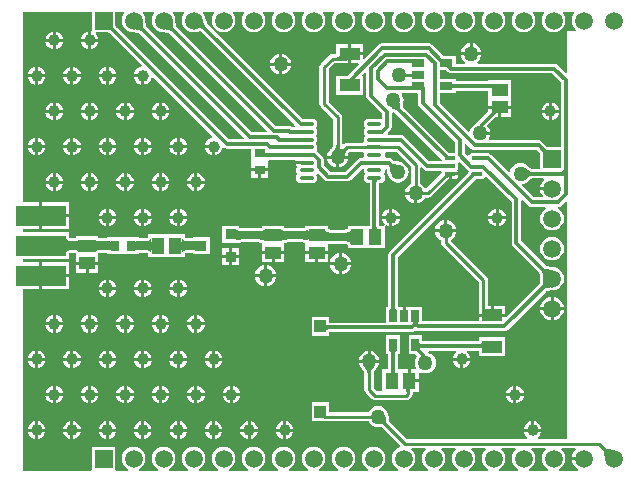
<source format=gtl>
G04*
G04 #@! TF.GenerationSoftware,Altium Limited,Altium Designer,19.1.7 (138)*
G04*
G04 Layer_Physical_Order=1*
G04 Layer_Color=255*
%FSLAX44Y44*%
%MOMM*%
G71*
G01*
G75*
%ADD13C,0.2540*%
%ADD14R,0.9500X0.9000*%
%ADD15R,0.9500X0.9000*%
%ADD16R,1.4000X1.1000*%
%ADD17R,0.8000X0.9000*%
%ADD18R,1.1000X1.4000*%
%ADD19R,1.7000X1.1000*%
%ADD20R,1.0000X1.1000*%
G04:AMPARAMS|DCode=21|XSize=0.4mm|YSize=0.85mm|CornerRadius=0.05mm|HoleSize=0mm|Usage=FLASHONLY|Rotation=90.000|XOffset=0mm|YOffset=0mm|HoleType=Round|Shape=RoundedRectangle|*
%AMROUNDEDRECTD21*
21,1,0.4000,0.7500,0,0,90.0*
21,1,0.3000,0.8500,0,0,90.0*
1,1,0.1000,0.3750,0.1500*
1,1,0.1000,0.3750,-0.1500*
1,1,0.1000,-0.3750,-0.1500*
1,1,0.1000,-0.3750,0.1500*
%
%ADD21ROUNDEDRECTD21*%
G04:AMPARAMS|DCode=22|XSize=0.35mm|YSize=0.85mm|CornerRadius=0.0438mm|HoleSize=0mm|Usage=FLASHONLY|Rotation=90.000|XOffset=0mm|YOffset=0mm|HoleType=Round|Shape=RoundedRectangle|*
%AMROUNDEDRECTD22*
21,1,0.3500,0.7625,0,0,90.0*
21,1,0.2625,0.8500,0,0,90.0*
1,1,0.0875,0.3813,0.1313*
1,1,0.0875,0.3813,-0.1313*
1,1,0.0875,-0.3813,-0.1313*
1,1,0.0875,-0.3813,0.1313*
%
%ADD22ROUNDEDRECTD22*%
%ADD23R,1.1000X0.6500*%
%ADD24R,4.3000X1.8000*%
%ADD25R,0.6500X1.1000*%
%ADD26O,1.3000X0.3500*%
%ADD27R,0.9000X0.8000*%
%ADD47C,0.3000*%
%ADD48C,0.7000*%
%ADD49R,1.5000X1.5000*%
%ADD50C,1.5000*%
%ADD51R,1.5000X1.5000*%
%ADD52C,1.2700*%
%ADD53C,1.0000*%
G36*
X590465Y1067792D02*
X591779Y1064182D01*
X592098Y1063494D01*
X592724Y1062375D01*
X593032Y1061945D01*
X593335Y1061600D01*
X591875Y1058818D01*
X591406Y1059229D01*
X590893Y1059566D01*
X590335Y1059830D01*
X589733Y1060022D01*
X589086Y1060142D01*
X588394Y1060188D01*
X587658Y1060162D01*
X586878Y1060063D01*
X586053Y1059891D01*
X585183Y1059646D01*
X590127Y1068909D01*
X590465Y1067792D01*
D02*
G37*
G36*
X565040Y1065707D02*
X565182Y1063868D01*
X565315Y1063046D01*
X565488Y1062289D01*
X565703Y1061597D01*
X565958Y1060971D01*
X566254Y1060410D01*
X566591Y1059913D01*
X566969Y1059482D01*
X564847Y1057361D01*
X564417Y1057739D01*
X563920Y1058076D01*
X563359Y1058372D01*
X562733Y1058627D01*
X562041Y1058842D01*
X561284Y1059015D01*
X560462Y1059148D01*
X559575Y1059240D01*
X557605Y1059300D01*
X565030Y1066725D01*
X565040Y1065707D01*
D02*
G37*
G36*
X539640D02*
X539782Y1063868D01*
X539915Y1063046D01*
X540088Y1062289D01*
X540303Y1061597D01*
X540558Y1060971D01*
X540854Y1060410D01*
X541191Y1059913D01*
X541569Y1059482D01*
X539448Y1057361D01*
X539016Y1057739D01*
X538520Y1058076D01*
X537959Y1058372D01*
X537333Y1058627D01*
X536641Y1058842D01*
X535884Y1059015D01*
X535062Y1059148D01*
X534175Y1059240D01*
X532205Y1059300D01*
X539630Y1066725D01*
X539640Y1065707D01*
D02*
G37*
G36*
X514030Y1063340D02*
X513945Y1063064D01*
Y1062746D01*
X514030Y1062385D01*
X514199Y1061982D01*
X514454Y1061537D01*
X514794Y1061049D01*
X515218Y1060518D01*
X516321Y1059331D01*
X514199Y1057209D01*
X513584Y1057803D01*
X512481Y1058736D01*
X511993Y1059076D01*
X511548Y1059331D01*
X511145Y1059500D01*
X510784Y1059585D01*
X510466D01*
X510190Y1059500D01*
X509957Y1059331D01*
X514199Y1063573D01*
X514030Y1063340D01*
D02*
G37*
G36*
X905347Y1073150D02*
X904360Y1071863D01*
X903348Y1069421D01*
X903003Y1066800D01*
X903348Y1064179D01*
X904360Y1061737D01*
X905969Y1059639D01*
X906568Y1059180D01*
X906137Y1057910D01*
X899160D01*
Y1022825D01*
X897987Y1022339D01*
X891253Y1029073D01*
X889916Y1029966D01*
X888340Y1030279D01*
X823387D01*
X822956Y1031549D01*
X824220Y1032520D01*
X825645Y1034377D01*
X826541Y1036539D01*
X826680Y1037590D01*
X809081D01*
X809219Y1036539D01*
X810115Y1034377D01*
X811540Y1032520D01*
X812804Y1031549D01*
X812373Y1030279D01*
X804900D01*
Y1036370D01*
X795193D01*
X785241Y1046323D01*
X783904Y1047216D01*
X782328Y1047529D01*
X742420D01*
X740844Y1047216D01*
X739507Y1046323D01*
X727223Y1034039D01*
X726050Y1034525D01*
Y1037590D01*
X716280D01*
Y1030820D01*
X722345D01*
X722831Y1029647D01*
X713084Y1019900D01*
X703970D01*
Y1003820D01*
X726050D01*
Y1019900D01*
X726050D01*
X725665Y1020830D01*
X727908Y1023072D01*
X729081Y1022586D01*
Y1003111D01*
X729395Y1001535D01*
X730288Y1000198D01*
X742561Y987925D01*
Y984102D01*
X741579Y983297D01*
X740890Y983434D01*
X731390D01*
X729716Y983101D01*
X728297Y982153D01*
X727349Y980734D01*
X727016Y979060D01*
X727349Y977386D01*
X728297Y975967D01*
Y975653D01*
X727349Y974234D01*
X727016Y972560D01*
X727349Y970886D01*
X728297Y969467D01*
Y969153D01*
X727349Y967734D01*
X727016Y966060D01*
X727284Y964715D01*
X726567Y963445D01*
X713180D01*
X711694Y963149D01*
X710433Y962307D01*
X710005Y961878D01*
X708735Y962404D01*
Y984990D01*
X708439Y986476D01*
X707597Y987737D01*
X697305Y998029D01*
Y1025821D01*
X702229Y1030745D01*
X710780D01*
X711155Y1030820D01*
X713740D01*
Y1038860D01*
Y1046900D01*
X703970D01*
Y1038515D01*
X700620D01*
X699133Y1038219D01*
X697873Y1037377D01*
X690673Y1030177D01*
X689831Y1028917D01*
X689535Y1027430D01*
Y996420D01*
X689831Y994933D01*
X690673Y993673D01*
X700965Y983381D01*
Y961058D01*
X700936Y960906D01*
X700858Y960652D01*
X700729Y960346D01*
X700540Y959988D01*
X700288Y959586D01*
X699987Y959170D01*
X699098Y958131D01*
X698667Y957691D01*
X698510Y957570D01*
X697085Y955713D01*
X696189Y953551D01*
X696050Y952500D01*
X709993D01*
X706728Y955765D01*
X700405D01*
X701008Y956380D01*
X702024Y957567D01*
X702437Y958138D01*
X702786Y958695D01*
X703072Y959238D01*
X703294Y959765D01*
X703453Y960279D01*
X703548Y960778D01*
X703580Y961262D01*
X706120D01*
X706152Y960778D01*
X706247Y960279D01*
X706406Y959765D01*
X706628Y959238D01*
X706914Y958695D01*
X707263Y958138D01*
X707548Y957744D01*
X708028Y957821D01*
X708669Y957968D01*
X709255Y958149D01*
X709785Y958365D01*
X710261Y958616D01*
X710681Y958902D01*
X711046Y959221D01*
X712841Y957426D01*
X712522Y957061D01*
X712236Y956641D01*
X711985Y956165D01*
X711769Y955635D01*
X711588Y955049D01*
X711441Y954408D01*
X711329Y953713D01*
X711251Y952961D01*
X711237Y952500D01*
X713828D01*
X713837Y952788D01*
X713897Y953373D01*
X713984Y953913D01*
X714090Y954376D01*
X714210Y954761D01*
X714336Y955070D01*
X714459Y955304D01*
X714547Y955433D01*
X714789Y955676D01*
X726567D01*
X727284Y954406D01*
X727016Y953060D01*
X727237Y951949D01*
X726410Y950679D01*
X725110D01*
X723534Y950366D01*
X722197Y949473D01*
X711564Y938839D01*
X698686D01*
X693299Y944226D01*
Y948958D01*
X692986Y950535D01*
X692093Y951871D01*
X688087Y955877D01*
X687761Y956094D01*
X687399Y957837D01*
X687431Y957886D01*
X687764Y959560D01*
X687431Y961234D01*
X686483Y962653D01*
Y962967D01*
X687431Y964386D01*
X687764Y966060D01*
X687431Y967734D01*
X686483Y969153D01*
Y969467D01*
X687431Y970886D01*
X687764Y972560D01*
X687431Y974234D01*
X686483Y975653D01*
Y975967D01*
X687431Y977386D01*
X687764Y979060D01*
X687431Y980734D01*
X686483Y982153D01*
X685064Y983101D01*
X683390Y983434D01*
X675384D01*
X675190Y983568D01*
X674454Y984186D01*
X595013Y1063627D01*
X594915Y1063765D01*
X594406Y1064673D01*
X594175Y1065171D01*
X592923Y1068611D01*
X592737Y1069226D01*
X592712Y1069421D01*
X591700Y1071863D01*
X590713Y1073150D01*
X591339Y1074420D01*
X599921D01*
X600547Y1073150D01*
X599560Y1071863D01*
X598548Y1069421D01*
X598203Y1066800D01*
X598548Y1064179D01*
X599560Y1061737D01*
X601169Y1059639D01*
X603267Y1058030D01*
X605709Y1057018D01*
X608330Y1056673D01*
X610951Y1057018D01*
X613393Y1058030D01*
X615491Y1059639D01*
X617100Y1061737D01*
X618112Y1064179D01*
X618457Y1066800D01*
X618112Y1069421D01*
X617100Y1071863D01*
X616113Y1073150D01*
X616739Y1074420D01*
X625321D01*
X625947Y1073150D01*
X624960Y1071863D01*
X623948Y1069421D01*
X623603Y1066800D01*
X623948Y1064179D01*
X624960Y1061737D01*
X626569Y1059639D01*
X628667Y1058030D01*
X631109Y1057018D01*
X633730Y1056673D01*
X636351Y1057018D01*
X638793Y1058030D01*
X640891Y1059639D01*
X642500Y1061737D01*
X643512Y1064179D01*
X643857Y1066800D01*
X643512Y1069421D01*
X642500Y1071863D01*
X641513Y1073150D01*
X642139Y1074420D01*
X650721D01*
X651347Y1073150D01*
X650360Y1071863D01*
X649348Y1069421D01*
X649003Y1066800D01*
X649348Y1064179D01*
X650360Y1061737D01*
X651969Y1059639D01*
X654067Y1058030D01*
X656509Y1057018D01*
X659130Y1056673D01*
X661751Y1057018D01*
X664193Y1058030D01*
X666291Y1059639D01*
X667900Y1061737D01*
X668912Y1064179D01*
X669257Y1066800D01*
X668912Y1069421D01*
X667900Y1071863D01*
X666913Y1073150D01*
X667539Y1074420D01*
X676121D01*
X676747Y1073150D01*
X675760Y1071863D01*
X674748Y1069421D01*
X674403Y1066800D01*
X674748Y1064179D01*
X675760Y1061737D01*
X677369Y1059639D01*
X679467Y1058030D01*
X681909Y1057018D01*
X684530Y1056673D01*
X687151Y1057018D01*
X689593Y1058030D01*
X691691Y1059639D01*
X693300Y1061737D01*
X694312Y1064179D01*
X694657Y1066800D01*
X694312Y1069421D01*
X693300Y1071863D01*
X692313Y1073150D01*
X692939Y1074420D01*
X701521D01*
X702147Y1073150D01*
X701160Y1071863D01*
X700148Y1069421D01*
X699803Y1066800D01*
X700148Y1064179D01*
X701160Y1061737D01*
X702769Y1059639D01*
X704867Y1058030D01*
X707309Y1057018D01*
X709930Y1056673D01*
X712551Y1057018D01*
X714993Y1058030D01*
X717091Y1059639D01*
X718700Y1061737D01*
X719712Y1064179D01*
X720057Y1066800D01*
X719712Y1069421D01*
X718700Y1071863D01*
X717713Y1073150D01*
X718339Y1074420D01*
X726921D01*
X727547Y1073150D01*
X726560Y1071863D01*
X725548Y1069421D01*
X725203Y1066800D01*
X725548Y1064179D01*
X726560Y1061737D01*
X728169Y1059639D01*
X730267Y1058030D01*
X732709Y1057018D01*
X735330Y1056673D01*
X737951Y1057018D01*
X740393Y1058030D01*
X742491Y1059639D01*
X744100Y1061737D01*
X745112Y1064179D01*
X745457Y1066800D01*
X745112Y1069421D01*
X744100Y1071863D01*
X743113Y1073150D01*
X743739Y1074420D01*
X752321D01*
X752947Y1073150D01*
X751960Y1071863D01*
X750948Y1069421D01*
X750603Y1066800D01*
X750948Y1064179D01*
X751960Y1061737D01*
X753569Y1059639D01*
X755667Y1058030D01*
X758109Y1057018D01*
X760730Y1056673D01*
X763351Y1057018D01*
X765793Y1058030D01*
X767891Y1059639D01*
X769500Y1061737D01*
X770512Y1064179D01*
X770857Y1066800D01*
X770512Y1069421D01*
X769500Y1071863D01*
X768513Y1073150D01*
X769139Y1074420D01*
X777721D01*
X778347Y1073150D01*
X777360Y1071863D01*
X776348Y1069421D01*
X776003Y1066800D01*
X776348Y1064179D01*
X777360Y1061737D01*
X778969Y1059639D01*
X781067Y1058030D01*
X783509Y1057018D01*
X786130Y1056673D01*
X788751Y1057018D01*
X791193Y1058030D01*
X793291Y1059639D01*
X794900Y1061737D01*
X795912Y1064179D01*
X796257Y1066800D01*
X795912Y1069421D01*
X794900Y1071863D01*
X793913Y1073150D01*
X794539Y1074420D01*
X803121D01*
X803747Y1073150D01*
X802760Y1071863D01*
X801748Y1069421D01*
X801403Y1066800D01*
X801748Y1064179D01*
X802760Y1061737D01*
X804369Y1059639D01*
X806467Y1058030D01*
X808909Y1057018D01*
X811530Y1056673D01*
X814151Y1057018D01*
X816593Y1058030D01*
X818691Y1059639D01*
X820300Y1061737D01*
X821312Y1064179D01*
X821657Y1066800D01*
X821312Y1069421D01*
X820300Y1071863D01*
X819313Y1073150D01*
X819939Y1074420D01*
X828521D01*
X829147Y1073150D01*
X828160Y1071863D01*
X827148Y1069421D01*
X826803Y1066800D01*
X827148Y1064179D01*
X828160Y1061737D01*
X829769Y1059639D01*
X831867Y1058030D01*
X834309Y1057018D01*
X836930Y1056673D01*
X839551Y1057018D01*
X841993Y1058030D01*
X844091Y1059639D01*
X845700Y1061737D01*
X846712Y1064179D01*
X847057Y1066800D01*
X846712Y1069421D01*
X845700Y1071863D01*
X844713Y1073150D01*
X845339Y1074420D01*
X853921D01*
X854547Y1073150D01*
X853560Y1071863D01*
X852548Y1069421D01*
X852203Y1066800D01*
X852548Y1064179D01*
X853560Y1061737D01*
X855169Y1059639D01*
X857267Y1058030D01*
X859709Y1057018D01*
X862330Y1056673D01*
X864951Y1057018D01*
X867393Y1058030D01*
X869491Y1059639D01*
X871100Y1061737D01*
X872112Y1064179D01*
X872457Y1066800D01*
X872112Y1069421D01*
X871100Y1071863D01*
X870113Y1073150D01*
X870739Y1074420D01*
X879321D01*
X879947Y1073150D01*
X878960Y1071863D01*
X877948Y1069421D01*
X877603Y1066800D01*
X877948Y1064179D01*
X878960Y1061737D01*
X880569Y1059639D01*
X882667Y1058030D01*
X885109Y1057018D01*
X887730Y1056673D01*
X890351Y1057018D01*
X892793Y1058030D01*
X894891Y1059639D01*
X896500Y1061737D01*
X897512Y1064179D01*
X897857Y1066800D01*
X897512Y1069421D01*
X896500Y1071863D01*
X895513Y1073150D01*
X896139Y1074420D01*
X904721D01*
X905347Y1073150D01*
D02*
G37*
G36*
X706541Y1033391D02*
X704000Y1033360D01*
Y1035900D01*
X704487Y1035913D01*
X704923Y1035951D01*
X705307Y1036014D01*
X705641Y1036103D01*
X705923Y1036217D01*
X706155Y1036357D01*
X706335Y1036522D01*
X706465Y1036713D01*
X706543Y1036929D01*
X706571Y1037170D01*
X706541Y1033391D01*
D02*
G37*
G36*
X835071Y1008580D02*
X835039Y1008865D01*
X834947Y1009120D01*
X834794Y1009345D01*
X834582Y1009540D01*
X834309Y1009705D01*
X833976Y1009840D01*
X833582Y1009945D01*
X833129Y1010020D01*
X832615Y1010065D01*
X832040Y1010080D01*
Y1013080D01*
X832610Y1013086D01*
X833960Y1013184D01*
X834290Y1013242D01*
X834560Y1013314D01*
X834771Y1013398D01*
X834921Y1013496D01*
X835011Y1013606D01*
X835041Y1013730D01*
X835071Y1008580D01*
D02*
G37*
G36*
X802359Y1014295D02*
X802449Y1014040D01*
X802599Y1013815D01*
X802810Y1013620D01*
X803080Y1013455D01*
X803410Y1013320D01*
X803800Y1013215D01*
X804249Y1013140D01*
X804760Y1013095D01*
X805330Y1013080D01*
Y1010080D01*
X804760Y1010065D01*
X804249Y1010020D01*
X803800Y1009945D01*
X803410Y1009840D01*
X803080Y1009705D01*
X802810Y1009540D01*
X802599Y1009345D01*
X802449Y1009120D01*
X802359Y1008865D01*
X802329Y1008580D01*
Y1014580D01*
X802359Y1014295D01*
D02*
G37*
G36*
X798367Y1023247D02*
X799704Y1022354D01*
X801280Y1022041D01*
X886634D01*
X894025Y1014650D01*
Y960000D01*
X882245D01*
X878173Y964073D01*
X876836Y964966D01*
X875260Y965279D01*
X833329D01*
X832768Y966418D01*
X833265Y967067D01*
X834161Y969229D01*
X834299Y970280D01*
X825500D01*
Y972820D01*
X834299D01*
X834161Y973871D01*
X833265Y976033D01*
X831840Y977890D01*
X831806Y978412D01*
X838614Y985220D01*
X840740D01*
Y991990D01*
X832470D01*
Y990064D01*
X822753Y980347D01*
X822465Y979915D01*
X821017Y979315D01*
X819160Y977890D01*
X817735Y976033D01*
X816839Y973871D01*
X816732Y973060D01*
X815529Y972652D01*
X791439Y996743D01*
Y1005790D01*
X804900D01*
Y1007461D01*
X832470D01*
Y1000220D01*
Y994530D01*
X842010D01*
X851550D01*
Y1000220D01*
Y1016300D01*
X835125D01*
X835025Y1016319D01*
X834931Y1016300D01*
X832470D01*
Y1015699D01*
X804900D01*
Y1017370D01*
X791439D01*
Y1024790D01*
X796825D01*
X798367Y1023247D01*
D02*
G37*
G36*
X757629Y996403D02*
X757485Y995755D01*
X757405Y995137D01*
X757389Y994548D01*
X757437Y993988D01*
X757549Y993457D01*
X757725Y992955D01*
X757965Y992483D01*
X758269Y992039D01*
X758637Y991624D01*
X755775Y990243D01*
X755459Y990529D01*
X755082Y990815D01*
X754645Y991102D01*
X754146Y991390D01*
X752966Y991966D01*
X752284Y992255D01*
X749874Y993127D01*
X757838Y997079D01*
X757629Y996403D01*
D02*
G37*
G36*
X672573Y982384D02*
X673617Y981507D01*
X674091Y981180D01*
X674531Y980927D01*
X674939Y980750D01*
X675314Y980646D01*
X675657Y980617D01*
X675967Y980663D01*
X676244Y980782D01*
X672271Y978389D01*
X672248Y978418D01*
X672183Y978489D01*
X670141Y980553D01*
X672002Y982934D01*
X672573Y982384D01*
D02*
G37*
G36*
X575147Y1073150D02*
X574160Y1071863D01*
X573148Y1069421D01*
X572803Y1066800D01*
X573148Y1064179D01*
X574160Y1061737D01*
X575769Y1059639D01*
X577867Y1058030D01*
X580309Y1057018D01*
X582930Y1056673D01*
X585551Y1057018D01*
X585875Y1057153D01*
X585884Y1057153D01*
X586668Y1057374D01*
X587305Y1057506D01*
X587868Y1057578D01*
X588354Y1057595D01*
X588763Y1057568D01*
X589103Y1057505D01*
X589383Y1057416D01*
X589621Y1057303D01*
X589812Y1057177D01*
X669137Y977852D01*
X668651Y976679D01*
X665980D01*
X664982Y977346D01*
X663406Y977659D01*
X652496D01*
X568620Y1061536D01*
X568477Y1061746D01*
X568308Y1062066D01*
X568143Y1062471D01*
X567991Y1062963D01*
X567858Y1063542D01*
X567756Y1064175D01*
X567628Y1065820D01*
X567621Y1066532D01*
X567657Y1066800D01*
X567312Y1069421D01*
X566300Y1071863D01*
X565313Y1073150D01*
X565939Y1074420D01*
X574521D01*
X575147Y1073150D01*
D02*
G37*
G36*
X549747D02*
X548760Y1071863D01*
X547748Y1069421D01*
X547403Y1066800D01*
X547748Y1064179D01*
X548760Y1061737D01*
X550369Y1059639D01*
X552467Y1058030D01*
X554909Y1057018D01*
X557530Y1056673D01*
X557766Y1056704D01*
X559402Y1056654D01*
X560122Y1056580D01*
X560788Y1056472D01*
X561367Y1056339D01*
X561859Y1056187D01*
X562264Y1056022D01*
X562584Y1055853D01*
X562794Y1055710D01*
X645212Y973293D01*
X644726Y972119D01*
X632636D01*
X543220Y1061536D01*
X543077Y1061746D01*
X542908Y1062066D01*
X542743Y1062471D01*
X542591Y1062963D01*
X542458Y1063542D01*
X542356Y1064175D01*
X542228Y1065820D01*
X542221Y1066532D01*
X542257Y1066800D01*
X541912Y1069421D01*
X540900Y1071863D01*
X539913Y1073150D01*
X540539Y1074420D01*
X549121D01*
X549747Y1073150D01*
D02*
G37*
G36*
X673219Y970940D02*
X673155Y970963D01*
X673035Y970983D01*
X672858Y971001D01*
X671989Y971041D01*
X670040Y971060D01*
Y974060D01*
X673219Y974180D01*
Y970940D01*
D02*
G37*
G36*
X524347Y1073150D02*
X523360Y1071863D01*
X522348Y1069421D01*
X522003Y1066800D01*
X522348Y1064179D01*
X523360Y1061737D01*
X524969Y1059639D01*
X527067Y1058030D01*
X529509Y1057018D01*
X532130Y1056673D01*
X532366Y1056704D01*
X534002Y1056654D01*
X534723Y1056580D01*
X535388Y1056472D01*
X535967Y1056339D01*
X536459Y1056187D01*
X536864Y1056022D01*
X537184Y1055853D01*
X537394Y1055710D01*
X625352Y967753D01*
X624866Y966579D01*
X612776D01*
X517646Y1061710D01*
X517180Y1062211D01*
X516870Y1062599D01*
X516770Y1062742D01*
Y1063476D01*
X516789Y1063573D01*
X516770Y1063670D01*
Y1074420D01*
X523721D01*
X524347Y1073150D01*
D02*
G37*
G36*
X741625Y967657D02*
X741746Y967637D01*
X741923Y967619D01*
X742792Y967579D01*
X744740Y967560D01*
Y964560D01*
X741561Y964440D01*
Y967680D01*
X741625Y967657D01*
D02*
G37*
G36*
X673219Y964440D02*
X673155Y964463D01*
X673035Y964483D01*
X672858Y964501D01*
X671989Y964541D01*
X670040Y964560D01*
Y967560D01*
X673219Y967680D01*
Y964440D01*
D02*
G37*
G36*
X730719Y957941D02*
X730594Y958007D01*
X730429Y958066D01*
X730224Y958119D01*
X729978Y958164D01*
X729365Y958234D01*
X728591Y958276D01*
X727656Y958290D01*
Y960830D01*
X728144Y960834D01*
X729978Y960956D01*
X730224Y961002D01*
X730429Y961054D01*
X730594Y961114D01*
X730719Y961180D01*
Y957941D01*
D02*
G37*
G36*
X673219D02*
X673155Y957963D01*
X673035Y957984D01*
X672858Y958001D01*
X671989Y958041D01*
X670040Y958060D01*
Y961060D01*
X673219Y961180D01*
Y957941D01*
D02*
G37*
G36*
X772741Y1004558D02*
Y997095D01*
X773055Y995518D01*
X773947Y994182D01*
X804451Y963679D01*
Y954752D01*
X804092Y954458D01*
X799507D01*
X760280Y993685D01*
X760197Y993806D01*
X760112Y993975D01*
X760048Y994156D01*
X760004Y994367D01*
X759982Y994623D01*
X759990Y994935D01*
X760038Y995306D01*
X760135Y995739D01*
X760313Y996317D01*
X760322Y996413D01*
X760501Y996844D01*
X760807Y999165D01*
X760501Y1001486D01*
X759605Y1003648D01*
X759108Y1004297D01*
X759669Y1005436D01*
X770835D01*
X771471Y1005562D01*
X772741Y1004558D01*
D02*
G37*
G36*
X673219Y951440D02*
X673128Y951481D01*
X672983Y951518D01*
X672785Y951550D01*
X672228Y951602D01*
X670990Y951647D01*
X669897Y951656D01*
X670183Y954656D01*
X673219Y954679D01*
Y951440D01*
D02*
G37*
G36*
X643281Y955871D02*
X643373Y955615D01*
X643525Y955390D01*
X643738Y955195D01*
X644011Y955031D01*
X644344Y954895D01*
X644737Y954790D01*
X645191Y954715D01*
X645705Y954670D01*
X646280Y954656D01*
Y951656D01*
X645710Y951643D01*
X644750Y951547D01*
X644360Y951463D01*
X644029Y951354D01*
X643760Y951222D01*
X643549Y951065D01*
X643400Y950884D01*
X643309Y950680D01*
X643279Y950451D01*
X643249Y956155D01*
X643281Y955871D01*
D02*
G37*
G36*
X826948Y951901D02*
X827063Y951840D01*
X827235Y951786D01*
X827465Y951739D01*
X827751Y951700D01*
X828495Y951642D01*
X830038Y951610D01*
Y948610D01*
X829467Y948606D01*
X827465Y948481D01*
X827235Y948434D01*
X827063Y948380D01*
X826948Y948319D01*
X826889Y948251D01*
Y951969D01*
X826948Y951901D01*
D02*
G37*
G36*
X752929Y989102D02*
X753287Y988895D01*
X753587Y988699D01*
X753705Y988609D01*
X793315Y948999D01*
X793246Y948464D01*
X792643Y947729D01*
X782439D01*
X761195Y968973D01*
X759859Y969866D01*
X758283Y970179D01*
X747683D01*
X747197Y971352D01*
X749593Y973749D01*
X750486Y975085D01*
X750799Y976661D01*
Y988688D01*
X750822Y988736D01*
X751566Y989344D01*
X752069Y989522D01*
X752929Y989102D01*
D02*
G37*
G36*
X741652Y948139D02*
X741797Y948102D01*
X741996Y948070D01*
X742553Y948018D01*
X743791Y947973D01*
X744883Y947964D01*
X744597Y944964D01*
X741561Y944940D01*
Y948180D01*
X741652Y948139D01*
D02*
G37*
G36*
X730719Y944940D02*
X730655Y944963D01*
X730535Y944983D01*
X730358Y945001D01*
X729489Y945041D01*
X727540Y945060D01*
Y948060D01*
X730719Y948180D01*
Y944940D01*
D02*
G37*
G36*
X818284Y958247D02*
X819620Y957354D01*
X821196Y957041D01*
X873554D01*
X876420Y954175D01*
Y941379D01*
X869473D01*
X869299Y941409D01*
X869021Y941486D01*
X868708Y941607D01*
X868360Y941777D01*
X867978Y942003D01*
X867596Y942267D01*
X866635Y943069D01*
X866249Y943446D01*
X866130Y943600D01*
X864273Y945025D01*
X862111Y945921D01*
X859790Y946227D01*
X857469Y945921D01*
X855307Y945025D01*
X853450Y943600D01*
X852025Y941743D01*
X851129Y939581D01*
X851022Y938770D01*
X849819Y938362D01*
X835159Y953023D01*
X833823Y953915D01*
X832246Y954229D01*
X828663D01*
X828622Y954230D01*
X828071Y954273D01*
X828066Y954277D01*
X827971Y954303D01*
X827716Y954473D01*
X826530Y954709D01*
X819030D01*
X817844Y954473D01*
X816838Y953802D01*
X816167Y952796D01*
X816146Y952695D01*
X814768Y952277D01*
X812689Y954356D01*
Y962183D01*
X813862Y962669D01*
X818284Y958247D01*
D02*
G37*
G36*
X750449Y946304D02*
X750880Y945998D01*
X751357Y945729D01*
X751881Y945496D01*
X752451Y945301D01*
X753068Y945143D01*
X753731Y945022D01*
X754440Y944937D01*
X755195Y944890D01*
X755996Y944880D01*
X749710Y938594D01*
X749700Y939395D01*
X749568Y940859D01*
X749447Y941522D01*
X749289Y942139D01*
X749093Y942709D01*
X748861Y943233D01*
X748592Y943710D01*
X748286Y944141D01*
X747942Y944527D01*
X750063Y946648D01*
X750449Y946304D01*
D02*
G37*
G36*
X899644Y939800D02*
X898144D01*
X894543Y938321D01*
X894942Y938750D01*
X895300Y939197D01*
X895615Y939662D01*
X895888Y940145D01*
X896119Y940646D01*
X896308Y941165D01*
X896455Y941702D01*
X896560Y942257D01*
X896623Y942830D01*
X896644Y943421D01*
X899644Y939800D01*
D02*
G37*
G36*
X822765Y935132D02*
X822515Y935280D01*
X822227Y935348D01*
X821900Y935334D01*
X821534Y935240D01*
X821129Y935065D01*
X820686Y934810D01*
X820203Y934474D01*
X819682Y934057D01*
X818522Y932981D01*
X816401Y935102D01*
X816804Y935519D01*
X817483Y936309D01*
X817758Y936682D01*
X817992Y937040D01*
X818183Y937383D01*
X818331Y937712D01*
X818437Y938026D01*
X818501Y938325D01*
X818522Y938610D01*
X822765Y935132D01*
D02*
G37*
G36*
X864899Y941145D02*
X866027Y940203D01*
X866582Y939820D01*
X867130Y939496D01*
X867671Y939231D01*
X868205Y939025D01*
X868734Y938878D01*
X869255Y938789D01*
X869770Y938760D01*
Y935760D01*
X869255Y935731D01*
X868734Y935642D01*
X868205Y935495D01*
X867671Y935289D01*
X867130Y935024D01*
X866582Y934700D01*
X866027Y934317D01*
X865466Y933875D01*
X864899Y933375D01*
X864325Y932815D01*
Y941705D01*
X864899Y941145D01*
D02*
G37*
G36*
X738855Y931807D02*
X738600Y931716D01*
X738375Y931565D01*
X738180Y931353D01*
X738015Y931080D01*
X737880Y930747D01*
X737775Y930353D01*
X737700Y929898D01*
X737655Y929383D01*
X737640Y928807D01*
X734640D01*
X734625Y929383D01*
X734580Y929898D01*
X734505Y930353D01*
X734400Y930747D01*
X734265Y931080D01*
X734100Y931353D01*
X733905Y931565D01*
X733680Y931716D01*
X733425Y931807D01*
X733140Y931837D01*
X739140D01*
X738855Y931807D01*
D02*
G37*
G36*
X777820Y940697D02*
X779156Y939804D01*
X780733Y939491D01*
X792643D01*
X793449Y938509D01*
X793431Y938423D01*
Y938006D01*
X780077Y924651D01*
X778847Y924771D01*
X778655Y925233D01*
X777230Y927090D01*
X775373Y928515D01*
X774775Y928763D01*
Y942083D01*
X775948Y942569D01*
X777820Y940697D01*
D02*
G37*
G36*
X879583Y931938D02*
X879299Y931721D01*
X877690Y929623D01*
X876678Y927181D01*
X876501Y925830D01*
X886460D01*
Y923290D01*
X876501D01*
X876678Y921939D01*
X877690Y919497D01*
X878525Y918409D01*
X877898Y917139D01*
X871043D01*
X860892Y927290D01*
X861300Y928492D01*
X862111Y928599D01*
X864273Y929495D01*
X866130Y930920D01*
X866249Y931074D01*
X866660Y931475D01*
X867125Y931885D01*
X867566Y932232D01*
X867978Y932517D01*
X868360Y932743D01*
X868708Y932913D01*
X869021Y933034D01*
X869299Y933111D01*
X869473Y933141D01*
X879175D01*
X879583Y931938D01*
D02*
G37*
G36*
X737655Y893074D02*
X737700Y892559D01*
X737775Y892104D01*
X737880Y891710D01*
X738015Y891377D01*
X738180Y891104D01*
X738375Y890892D01*
X738600Y890741D01*
X738855Y890650D01*
X739140Y890619D01*
X733140D01*
X733425Y890650D01*
X733680Y890741D01*
X733905Y890892D01*
X734100Y891104D01*
X734265Y891377D01*
X734400Y891710D01*
X734505Y892104D01*
X734580Y892559D01*
X734625Y893074D01*
X734640Y893650D01*
X737640D01*
X737655Y893074D01*
D02*
G37*
G36*
X619270Y889947D02*
X619480Y889658D01*
X619830Y889403D01*
X620320Y889182D01*
X620950Y888995D01*
X621720Y888842D01*
X622630Y888723D01*
X624870Y888587D01*
X626200Y888570D01*
Y881570D01*
X619200Y881331D01*
Y890270D01*
X619270Y889947D01*
D02*
G37*
G36*
X547100Y869331D02*
X547030Y869990D01*
X546820Y870580D01*
X546470Y871100D01*
X545980Y871551D01*
X545350Y871933D01*
X544580Y872245D01*
X543670Y872488D01*
X542620Y872661D01*
X541430Y872765D01*
X540342Y872794D01*
X539880Y872790D01*
X535330Y872451D01*
X534840Y872325D01*
X534490Y872179D01*
X534280Y872015D01*
X534210Y871831D01*
Y880770D01*
X534280Y880585D01*
X534490Y880421D01*
X534840Y880275D01*
X535330Y880149D01*
X535960Y880042D01*
X536730Y879955D01*
X538690Y879839D01*
X540512Y879811D01*
X541430Y879835D01*
X542620Y879939D01*
X543670Y880112D01*
X544580Y880355D01*
X545350Y880667D01*
X545980Y881049D01*
X546470Y881500D01*
X546820Y882020D01*
X547030Y882610D01*
X547100Y883270D01*
Y869331D01*
D02*
G37*
G36*
X694109Y889901D02*
X694320Y889330D01*
X694669Y888826D01*
X695160Y888390D01*
X695789Y888020D01*
X696560Y887718D01*
X697469Y887483D01*
X698520Y887315D01*
X699709Y887214D01*
X701040Y887180D01*
Y880180D01*
X699709Y880174D01*
X694320Y879809D01*
X694109Y879711D01*
X694040Y879601D01*
Y890540D01*
X694109Y889901D01*
D02*
G37*
G36*
X680100Y879601D02*
X680031Y879975D01*
X679820Y880310D01*
X679471Y880605D01*
X678980Y880861D01*
X678351Y881078D01*
X677580Y881255D01*
X676671Y881393D01*
X675620Y881491D01*
X673101Y881570D01*
Y888570D01*
X674430Y888590D01*
X676671Y888747D01*
X677580Y888885D01*
X678351Y889062D01*
X678980Y889279D01*
X679471Y889535D01*
X679820Y889831D01*
X680031Y890165D01*
X680100Y890540D01*
Y879601D01*
D02*
G37*
G36*
X657280Y890165D02*
X657489Y889831D01*
X657840Y889535D01*
X658329Y889279D01*
X658960Y889062D01*
X659730Y888885D01*
X660639Y888747D01*
X661690Y888649D01*
X664210Y888570D01*
Y881570D01*
X662879Y881550D01*
X660639Y881393D01*
X659730Y881255D01*
X658960Y881078D01*
X658329Y880861D01*
X657840Y880605D01*
X657489Y880310D01*
X657280Y879975D01*
X657209Y879601D01*
Y890540D01*
X657280Y890165D01*
D02*
G37*
G36*
X643270Y879601D02*
X643201Y879975D01*
X642990Y880310D01*
X642641Y880605D01*
X642150Y880861D01*
X641520Y881078D01*
X640751Y881255D01*
X639841Y881393D01*
X638791Y881491D01*
X636270Y881570D01*
Y888570D01*
X637601Y888590D01*
X639841Y888747D01*
X640751Y888885D01*
X641520Y889062D01*
X642150Y889279D01*
X642641Y889535D01*
X642990Y889831D01*
X643201Y890165D01*
X643270Y890540D01*
Y879601D01*
D02*
G37*
G36*
X716130Y876711D02*
X716060Y877370D01*
X715850Y877960D01*
X715500Y878480D01*
X715010Y878931D01*
X714380Y879313D01*
X713610Y879625D01*
X712700Y879868D01*
X711650Y880041D01*
X710460Y880145D01*
X709130Y880180D01*
Y887180D01*
X710460Y887215D01*
X711650Y887319D01*
X712700Y887493D01*
X713610Y887735D01*
X714380Y888048D01*
X715010Y888429D01*
X715500Y888880D01*
X715850Y889401D01*
X716060Y889990D01*
X716130Y890650D01*
Y876711D01*
D02*
G37*
G36*
X573110Y882610D02*
X573320Y882020D01*
X573670Y881500D01*
X574160Y881049D01*
X574790Y880667D01*
X575560Y880355D01*
X576470Y880112D01*
X577520Y879939D01*
X578710Y879835D01*
X579240Y879821D01*
X583641Y880149D01*
X584131Y880275D01*
X584481Y880421D01*
X584691Y880585D01*
X584761Y880770D01*
Y871831D01*
X584691Y872015D01*
X584481Y872179D01*
X584131Y872325D01*
X583641Y872451D01*
X583011Y872558D01*
X582241Y872645D01*
X580281Y872761D01*
X579194Y872778D01*
X578710Y872765D01*
X577520Y872661D01*
X576470Y872488D01*
X575560Y872245D01*
X574790Y871933D01*
X574160Y871551D01*
X573670Y871100D01*
X573320Y870580D01*
X573110Y869990D01*
X573040Y869331D01*
Y883270D01*
X573110Y882610D01*
D02*
G37*
G36*
X499799Y881298D02*
X500009Y880984D01*
X500359Y880706D01*
X500849Y880466D01*
X501479Y880262D01*
X502249Y880096D01*
X503159Y879967D01*
X504210Y879874D01*
X506440Y879809D01*
X506601Y879810D01*
X511151Y880149D01*
X511641Y880275D01*
X511991Y880421D01*
X512201Y880585D01*
X512271Y880770D01*
Y871831D01*
X512201Y872015D01*
X511991Y872179D01*
X511641Y872325D01*
X511151Y872451D01*
X510521Y872558D01*
X509751Y872645D01*
X507791Y872761D01*
X506008Y872789D01*
X505400Y872779D01*
X503159Y872612D01*
X502249Y872466D01*
X501479Y872278D01*
X500849Y872048D01*
X500359Y871776D01*
X500009Y871463D01*
X499799Y871108D01*
X499729Y870711D01*
Y881650D01*
X499799Y881298D01*
D02*
G37*
G36*
X474959Y882575D02*
X475170Y881980D01*
X475522Y881455D01*
X476014Y881000D01*
X476647Y880615D01*
X477420Y880300D01*
X478334Y880055D01*
X479389Y879880D01*
X480483Y879784D01*
X482360Y879912D01*
X483270Y880046D01*
X484040Y880217D01*
X484670Y880427D01*
X485160Y880676D01*
X485510Y880962D01*
X485720Y881287D01*
X485790Y881650D01*
Y870711D01*
X485720Y871096D01*
X485510Y871441D01*
X485160Y871746D01*
X484670Y872010D01*
X484040Y872233D01*
X483270Y872415D01*
X482360Y872557D01*
X481311Y872659D01*
X480394Y872688D01*
X479389Y872600D01*
X478334Y872425D01*
X477420Y872180D01*
X476647Y871865D01*
X476014Y871480D01*
X475522Y871025D01*
X475170Y870500D01*
X474959Y869905D01*
X474889Y869240D01*
Y883240D01*
X474959Y882575D01*
D02*
G37*
G36*
X496690Y1058345D02*
X496270Y1057977D01*
Y1051270D01*
X502438D01*
X502346Y1051968D01*
X501586Y1053802D01*
X500377Y1055377D01*
X500230Y1055490D01*
X500662Y1056760D01*
X509860D01*
X509957Y1056741D01*
X510054Y1056760D01*
X510788D01*
X510902Y1056681D01*
X511697Y1056008D01*
X538956Y1028748D01*
X538501Y1027407D01*
X538032Y1027346D01*
X536197Y1026586D01*
X534622Y1025377D01*
X533414Y1023802D01*
X532654Y1021968D01*
X532562Y1021270D01*
X540000D01*
Y1020000D01*
X541270D01*
Y1012562D01*
X541968Y1012654D01*
X543802Y1013413D01*
X545377Y1014622D01*
X546586Y1016197D01*
X547346Y1018031D01*
X547408Y1018501D01*
X548749Y1018956D01*
X598956Y968748D01*
X598501Y967408D01*
X598032Y967346D01*
X596197Y966586D01*
X594622Y965377D01*
X593414Y963802D01*
X592654Y961968D01*
X592562Y961270D01*
X600000D01*
Y960000D01*
X601270D01*
Y952562D01*
X601968Y952654D01*
X603802Y953413D01*
X605377Y954622D01*
X606586Y956197D01*
X607346Y958031D01*
X607414Y958548D01*
X608772Y959137D01*
X609493Y958655D01*
X611070Y958341D01*
X631770D01*
Y948230D01*
X631770Y947880D01*
Y946960D01*
X631770Y946610D01*
Y941690D01*
X645850D01*
Y946610D01*
X645850Y946960D01*
Y947880D01*
X646786Y949036D01*
X668974D01*
X669717Y947830D01*
X678640D01*
Y945290D01*
X669769D01*
X669849Y944886D01*
X670797Y943467D01*
Y943153D01*
X669849Y941734D01*
X669516Y940060D01*
X669849Y938386D01*
X670797Y936967D01*
Y936653D01*
X669849Y935234D01*
X669516Y933560D01*
X669849Y931886D01*
X670797Y930467D01*
X672216Y929519D01*
X673890Y929186D01*
X683390D01*
X685064Y929519D01*
X686483Y930467D01*
X687431Y931886D01*
X687764Y933560D01*
X687431Y935234D01*
X686866Y936081D01*
X687291Y937043D01*
X688625Y937250D01*
X694067Y931807D01*
X695404Y930914D01*
X696980Y930601D01*
X713270D01*
X714846Y930914D01*
X716183Y931807D01*
X726041Y941665D01*
X727211Y941040D01*
X727016Y940060D01*
X727349Y938386D01*
X728297Y936967D01*
Y936653D01*
X727349Y935234D01*
X727016Y933560D01*
X727349Y931886D01*
X728297Y930467D01*
X729716Y929519D01*
X731390Y929186D01*
X732021D01*
Y893220D01*
X716419D01*
X716404Y893225D01*
X716351Y893220D01*
X716227D01*
X716130Y893240D01*
X716033Y893220D01*
X713560D01*
Y890939D01*
X713555Y890923D01*
X713518Y890576D01*
X713447Y890510D01*
X713215Y890370D01*
X712787Y890196D01*
X712154Y890027D01*
X711326Y889890D01*
X710735Y889839D01*
X699406D01*
X698834Y889887D01*
X697999Y890021D01*
X697360Y890186D01*
X696925Y890357D01*
X696691Y890494D01*
X696645Y890534D01*
X696614Y890822D01*
X696610Y890834D01*
Y893110D01*
X694136D01*
X694040Y893129D01*
X693943Y893110D01*
X693801D01*
X693757Y893114D01*
X693745Y893110D01*
X680197D01*
X680100Y893129D01*
X680004Y893110D01*
X677530D01*
Y891531D01*
X677095Y891431D01*
X676385Y891323D01*
X675034Y891228D01*
X662057D01*
X661851Y891235D01*
X660955Y891319D01*
X660215Y891431D01*
X659780Y891531D01*
Y893110D01*
X657306D01*
X657209Y893129D01*
X657113Y893110D01*
X643367D01*
X643270Y893129D01*
X643174Y893110D01*
X640700D01*
Y891531D01*
X640265Y891431D01*
X639555Y891323D01*
X638204Y891228D01*
X624099D01*
X622877Y891303D01*
X622140Y891399D01*
X621770Y891472D01*
Y892840D01*
X619297D01*
X619200Y892859D01*
X619103Y892840D01*
X607190D01*
Y878760D01*
X619103D01*
X619200Y878741D01*
X619244Y878750D01*
X619288Y878742D01*
X619807Y878760D01*
X621770D01*
Y878827D01*
X624240Y878912D01*
X638424D01*
X638629Y878905D01*
X639525Y878821D01*
X640265Y878709D01*
X640700Y878609D01*
Y871340D01*
X650240D01*
X659780D01*
Y878609D01*
X660215Y878709D01*
X660925Y878817D01*
X662276Y878912D01*
X675254D01*
X675459Y878905D01*
X676355Y878821D01*
X677095Y878709D01*
X677530Y878609D01*
Y871340D01*
X687070D01*
X696610D01*
Y877369D01*
X698871Y877522D01*
X710735D01*
X711326Y877470D01*
X712154Y877333D01*
X712787Y877165D01*
X713215Y876991D01*
X713447Y876850D01*
X713518Y876785D01*
X713555Y876437D01*
X713560Y876422D01*
Y874140D01*
X716033D01*
X716130Y874121D01*
X716227Y874140D01*
X716351D01*
X716404Y874135D01*
X716419Y874140D01*
X744640D01*
Y892012D01*
X744640Y893008D01*
X745659Y893827D01*
X746197Y893414D01*
X748031Y892654D01*
X748730Y892562D01*
Y898730D01*
X742562D01*
X742654Y898031D01*
X743414Y896197D01*
X744622Y894623D01*
X744622Y894622D01*
X744891Y894272D01*
X744335Y893220D01*
X743458Y893220D01*
X740259D01*
Y929186D01*
X740890D01*
X742564Y929519D01*
X743983Y930467D01*
X744931Y931886D01*
X745264Y933560D01*
X744931Y935234D01*
X743983Y936653D01*
Y936967D01*
X744931Y938386D01*
X745264Y940060D01*
X745199Y940391D01*
X745557Y941057D01*
X746152Y941556D01*
X746760Y941407D01*
X746811Y941378D01*
X746916Y940966D01*
X747000Y940510D01*
X747112Y939262D01*
X747119Y938723D01*
X747093Y938530D01*
X747399Y936209D01*
X748295Y934047D01*
X749719Y932190D01*
X751577Y930765D01*
X753739Y929869D01*
X756060Y929563D01*
X758381Y929869D01*
X760543Y930765D01*
X762400Y932190D01*
X763825Y934047D01*
X764721Y936209D01*
X765027Y938530D01*
X764721Y940851D01*
X763825Y943013D01*
X762400Y944870D01*
X760543Y946295D01*
X758381Y947191D01*
X756060Y947497D01*
X755867Y947471D01*
X755292Y947479D01*
X754674Y947517D01*
X754117Y947584D01*
X753624Y947674D01*
X753194Y947784D01*
X752828Y947910D01*
X752521Y948046D01*
X752269Y948188D01*
X752125Y948290D01*
X751038Y949377D01*
X749702Y950270D01*
X748126Y950583D01*
X745806D01*
X745024Y951853D01*
X745264Y953060D01*
X744997Y954406D01*
X745713Y955676D01*
X754601D01*
X767005Y943271D01*
Y928763D01*
X766407Y928515D01*
X764550Y927090D01*
X763125Y925233D01*
X762229Y923071D01*
X762091Y922020D01*
X770890D01*
Y920750D01*
X772160D01*
Y911951D01*
X773211Y912089D01*
X775373Y912985D01*
X777230Y914410D01*
X778655Y916267D01*
X778903Y916865D01*
X781670D01*
X783156Y917161D01*
X784417Y918003D01*
X799010Y932596D01*
Y937110D01*
X800280D01*
Y938380D01*
X807128D01*
Y938423D01*
X806897Y939584D01*
X806379Y940360D01*
X806897Y941136D01*
X807128Y942298D01*
Y944922D01*
X806941Y945861D01*
X807050Y946335D01*
X807134Y946473D01*
X808719Y946675D01*
X815157Y940238D01*
X816125Y939590D01*
X816102Y939470D01*
X816043Y939361D01*
X816015Y939077D01*
X815939Y938802D01*
X815932Y938702D01*
X815918Y938661D01*
X815867Y938547D01*
X815772Y938377D01*
X815630Y938159D01*
X815457Y937925D01*
X815073Y937478D01*
X748927Y871333D01*
X748034Y869996D01*
X747721Y868420D01*
Y824520D01*
X746050D01*
Y811059D01*
X697930D01*
Y816100D01*
X682850D01*
Y800020D01*
X697930D01*
Y802821D01*
X767520D01*
X769097Y803134D01*
X770433Y804027D01*
X770941Y804535D01*
X770945Y804538D01*
X771654Y804064D01*
X773230Y803751D01*
X845970D01*
X847546Y804064D01*
X848883Y804957D01*
X881196Y837270D01*
X881406Y837413D01*
X881726Y837582D01*
X882131Y837747D01*
X882623Y837899D01*
X883202Y838032D01*
X883835Y838134D01*
X885480Y838262D01*
X886192Y838269D01*
X886460Y838233D01*
X889081Y838578D01*
X891523Y839590D01*
X893621Y841199D01*
X895230Y843297D01*
X896242Y845739D01*
X896587Y848360D01*
X896242Y850981D01*
X895230Y853423D01*
X893621Y855521D01*
X891523Y857130D01*
X889081Y858142D01*
X886460Y858487D01*
X886224Y858456D01*
X884588Y858506D01*
X883867Y858580D01*
X883202Y858688D01*
X882623Y858821D01*
X882131Y858973D01*
X881726Y859138D01*
X881405Y859307D01*
X881196Y859450D01*
X860406Y880239D01*
Y914329D01*
X861676Y914855D01*
X866424Y910107D01*
X867760Y909214D01*
X869336Y908901D01*
X880576D01*
X881007Y907631D01*
X879299Y906321D01*
X877690Y904223D01*
X876678Y901781D01*
X876333Y899160D01*
X876678Y896539D01*
X877690Y894097D01*
X879299Y891999D01*
X881397Y890390D01*
X883839Y889378D01*
X886460Y889033D01*
X889081Y889378D01*
X891523Y890390D01*
X893621Y891999D01*
X895230Y894097D01*
X896242Y896539D01*
X896587Y899160D01*
X896242Y901781D01*
X895230Y904223D01*
X893621Y906321D01*
X891800Y907717D01*
X891896Y908730D01*
X892050Y909062D01*
X892816Y909214D01*
X894153Y910107D01*
X897987Y913941D01*
X899160Y913455D01*
Y712545D01*
X874756D01*
X874325Y713815D01*
X875377Y714622D01*
X876586Y716197D01*
X877346Y718031D01*
X877438Y718730D01*
X862562D01*
X862654Y718031D01*
X863414Y716197D01*
X864622Y714622D01*
X865675Y713815D01*
X865243Y712545D01*
X763609D01*
X748837Y727317D01*
X748749Y727446D01*
X748626Y727680D01*
X748500Y727989D01*
X748380Y728374D01*
X748274Y728837D01*
X748193Y729344D01*
X748087Y730708D01*
X748081Y731324D01*
X748107Y731520D01*
X747801Y733841D01*
X746905Y736003D01*
X745480Y737860D01*
X743623Y739285D01*
X741461Y740181D01*
X739140Y740487D01*
X736819Y740181D01*
X734657Y739285D01*
X732800Y737860D01*
X731375Y736003D01*
X731127Y735405D01*
X697930D01*
Y743710D01*
X682850D01*
Y727630D01*
X697930D01*
Y727635D01*
X731127D01*
X731375Y727037D01*
X732800Y725180D01*
X734657Y723755D01*
X736819Y722859D01*
X739140Y722553D01*
X739312Y722576D01*
X740698Y722533D01*
X741283Y722473D01*
X741823Y722386D01*
X742286Y722280D01*
X742671Y722160D01*
X742980Y722034D01*
X743214Y721911D01*
X743343Y721823D01*
X758140Y707027D01*
X758129Y706581D01*
X757769Y705601D01*
X755667Y704730D01*
X753569Y703121D01*
X751960Y701023D01*
X750948Y698581D01*
X750603Y695960D01*
X750948Y693339D01*
X751960Y690897D01*
X753569Y688799D01*
X755667Y687190D01*
X755957Y687070D01*
X755704Y685800D01*
X740356D01*
X740103Y687070D01*
X740393Y687190D01*
X742491Y688799D01*
X744100Y690897D01*
X745112Y693339D01*
X745457Y695960D01*
X745112Y698581D01*
X744100Y701023D01*
X742491Y703121D01*
X740393Y704730D01*
X737951Y705742D01*
X735330Y706087D01*
X732709Y705742D01*
X730267Y704730D01*
X728169Y703121D01*
X726560Y701023D01*
X725548Y698581D01*
X725203Y695960D01*
X725548Y693339D01*
X726560Y690897D01*
X728169Y688799D01*
X730267Y687190D01*
X730557Y687070D01*
X730304Y685800D01*
X714956D01*
X714703Y687070D01*
X714993Y687190D01*
X717091Y688799D01*
X718700Y690897D01*
X719712Y693339D01*
X720057Y695960D01*
X719712Y698581D01*
X718700Y701023D01*
X717091Y703121D01*
X714993Y704730D01*
X712551Y705742D01*
X709930Y706087D01*
X707309Y705742D01*
X704867Y704730D01*
X702769Y703121D01*
X701160Y701023D01*
X700148Y698581D01*
X699803Y695960D01*
X700148Y693339D01*
X701160Y690897D01*
X702769Y688799D01*
X704867Y687190D01*
X705157Y687070D01*
X704904Y685800D01*
X689556D01*
X689303Y687070D01*
X689593Y687190D01*
X691691Y688799D01*
X693300Y690897D01*
X694312Y693339D01*
X694657Y695960D01*
X694312Y698581D01*
X693300Y701023D01*
X691691Y703121D01*
X689593Y704730D01*
X687151Y705742D01*
X684530Y706087D01*
X681909Y705742D01*
X679467Y704730D01*
X677369Y703121D01*
X675760Y701023D01*
X674748Y698581D01*
X674403Y695960D01*
X674748Y693339D01*
X675760Y690897D01*
X677369Y688799D01*
X679467Y687190D01*
X679757Y687070D01*
X679504Y685800D01*
X664156D01*
X663903Y687070D01*
X664193Y687190D01*
X666291Y688799D01*
X667900Y690897D01*
X668912Y693339D01*
X669257Y695960D01*
X668912Y698581D01*
X667900Y701023D01*
X666291Y703121D01*
X664193Y704730D01*
X661751Y705742D01*
X659130Y706087D01*
X656509Y705742D01*
X654067Y704730D01*
X651969Y703121D01*
X650360Y701023D01*
X649348Y698581D01*
X649003Y695960D01*
X649348Y693339D01*
X650360Y690897D01*
X651969Y688799D01*
X654067Y687190D01*
X654357Y687070D01*
X654104Y685800D01*
X638756D01*
X638503Y687070D01*
X638793Y687190D01*
X640891Y688799D01*
X642500Y690897D01*
X643512Y693339D01*
X643857Y695960D01*
X643512Y698581D01*
X642500Y701023D01*
X640891Y703121D01*
X638793Y704730D01*
X636351Y705742D01*
X633730Y706087D01*
X631109Y705742D01*
X628667Y704730D01*
X626569Y703121D01*
X624960Y701023D01*
X623948Y698581D01*
X623603Y695960D01*
X623948Y693339D01*
X624960Y690897D01*
X626569Y688799D01*
X628667Y687190D01*
X628957Y687070D01*
X628704Y685800D01*
X613356D01*
X613103Y687070D01*
X613393Y687190D01*
X615491Y688799D01*
X617100Y690897D01*
X618112Y693339D01*
X618457Y695960D01*
X618112Y698581D01*
X617100Y701023D01*
X615491Y703121D01*
X613393Y704730D01*
X610951Y705742D01*
X608330Y706087D01*
X605709Y705742D01*
X603267Y704730D01*
X601169Y703121D01*
X599560Y701023D01*
X598548Y698581D01*
X598203Y695960D01*
X598548Y693339D01*
X599560Y690897D01*
X601169Y688799D01*
X603267Y687190D01*
X603557Y687070D01*
X603304Y685800D01*
X587956D01*
X587703Y687070D01*
X587993Y687190D01*
X590091Y688799D01*
X591700Y690897D01*
X592712Y693339D01*
X593057Y695960D01*
X592712Y698581D01*
X591700Y701023D01*
X590091Y703121D01*
X587993Y704730D01*
X585551Y705742D01*
X582930Y706087D01*
X580309Y705742D01*
X577867Y704730D01*
X575769Y703121D01*
X574160Y701023D01*
X573148Y698581D01*
X572803Y695960D01*
X573148Y693339D01*
X574160Y690897D01*
X575769Y688799D01*
X577867Y687190D01*
X578157Y687070D01*
X577904Y685800D01*
X562556D01*
X562303Y687070D01*
X562593Y687190D01*
X564691Y688799D01*
X566300Y690897D01*
X567312Y693339D01*
X567657Y695960D01*
X567312Y698581D01*
X566300Y701023D01*
X564691Y703121D01*
X562593Y704730D01*
X560151Y705742D01*
X557530Y706087D01*
X554909Y705742D01*
X552467Y704730D01*
X550369Y703121D01*
X548760Y701023D01*
X547748Y698581D01*
X547403Y695960D01*
X547748Y693339D01*
X548760Y690897D01*
X550369Y688799D01*
X552467Y687190D01*
X552757Y687070D01*
X552504Y685800D01*
X537156D01*
X536903Y687070D01*
X537193Y687190D01*
X539291Y688799D01*
X540900Y690897D01*
X541912Y693339D01*
X542257Y695960D01*
X541912Y698581D01*
X540900Y701023D01*
X539291Y703121D01*
X537193Y704730D01*
X534751Y705742D01*
X532130Y706087D01*
X529509Y705742D01*
X527067Y704730D01*
X524969Y703121D01*
X523360Y701023D01*
X522348Y698581D01*
X522003Y695960D01*
X522348Y693339D01*
X523360Y690897D01*
X524969Y688799D01*
X527067Y687190D01*
X527357Y687070D01*
X527104Y685800D01*
X517990D01*
X516770Y685920D01*
X516770Y687070D01*
Y706000D01*
X496690D01*
X496690Y685920D01*
X495470Y685800D01*
X438150D01*
Y839300D01*
X452180D01*
Y850840D01*
Y862380D01*
X438150D01*
Y864700D01*
X477490D01*
Y869209D01*
X477503Y869328D01*
X477503Y869329D01*
X477504Y869331D01*
X477582Y869402D01*
X477816Y869545D01*
X478247Y869721D01*
X478883Y869891D01*
X479714Y870029D01*
X480315Y870082D01*
X480878D01*
X481144Y870073D01*
X482036Y869987D01*
X482771Y869872D01*
X483220Y869766D01*
Y862450D01*
X492760D01*
X502300D01*
Y869812D01*
X502763Y869925D01*
X503462Y870038D01*
X504857Y870142D01*
X508216D01*
X509528Y870064D01*
X509700Y870044D01*
Y869260D01*
X512115D01*
X512194Y869242D01*
X512233Y869248D01*
X512271Y869241D01*
X512368Y869260D01*
X522430D01*
X522780Y869260D01*
X523700D01*
X524050Y869260D01*
X534113D01*
X534210Y869241D01*
X534248Y869248D01*
X534286Y869242D01*
X534365Y869260D01*
X536780D01*
Y869962D01*
X539187Y870142D01*
X541705D01*
X542296Y870090D01*
X543124Y869953D01*
X543757Y869784D01*
X544185Y869610D01*
X544417Y869470D01*
X544488Y869405D01*
X544525Y869057D01*
X544530Y869042D01*
Y866760D01*
X547004D01*
X547100Y866741D01*
X547197Y866760D01*
X547321D01*
X547374Y866755D01*
X547389Y866760D01*
X572751D01*
X572766Y866755D01*
X572819Y866760D01*
X572943D01*
X573040Y866741D01*
X573136Y866760D01*
X575610D01*
Y869042D01*
X575615Y869057D01*
X575652Y869405D01*
X575723Y869470D01*
X575955Y869610D01*
X576383Y869784D01*
X577016Y869953D01*
X577844Y870090D01*
X578435Y870142D01*
X580706D01*
X582018Y870064D01*
X582190Y870044D01*
Y869260D01*
X584605D01*
X584684Y869242D01*
X584723Y869248D01*
X584761Y869241D01*
X584858Y869260D01*
X596770D01*
Y883340D01*
X584858D01*
X584761Y883359D01*
X584723Y883352D01*
X584684Y883358D01*
X584605Y883340D01*
X582190D01*
Y882638D01*
X579784Y882458D01*
X578435D01*
X577844Y882510D01*
X577016Y882647D01*
X576383Y882816D01*
X575955Y882990D01*
X575723Y883130D01*
X575652Y883195D01*
X575615Y883543D01*
X575610Y883558D01*
Y885840D01*
X573136D01*
X573040Y885859D01*
X572943Y885840D01*
X572819D01*
X572766Y885845D01*
X572751Y885840D01*
X547389D01*
X547374Y885845D01*
X547321Y885840D01*
X547197D01*
X547100Y885859D01*
X547004Y885840D01*
X544530D01*
Y883558D01*
X544525Y883543D01*
X544488Y883195D01*
X544417Y883130D01*
X544185Y882990D01*
X543757Y882816D01*
X543124Y882647D01*
X542296Y882510D01*
X541705Y882458D01*
X538265D01*
X536953Y882536D01*
X536780Y882556D01*
Y883340D01*
X534365D01*
X534286Y883358D01*
X534248Y883352D01*
X534210Y883359D01*
X534113Y883340D01*
X524050D01*
X523700Y883340D01*
X522780D01*
X522430Y883340D01*
X512368D01*
X512271Y883359D01*
X512233Y883352D01*
X512194Y883358D01*
X512115Y883340D01*
X509700D01*
Y882638D01*
X507294Y882458D01*
X504432D01*
X504361Y882460D01*
X503456Y882540D01*
X502706Y882647D01*
X502300Y882735D01*
Y884220D01*
X499826D01*
X499729Y884239D01*
X499633Y884220D01*
X485887D01*
X485790Y884239D01*
X485694Y884220D01*
X483220D01*
Y882688D01*
X482799Y882594D01*
X482084Y882489D01*
X480758Y882398D01*
X480315D01*
X479714Y882451D01*
X478883Y882589D01*
X478247Y882760D01*
X477816Y882935D01*
X477582Y883078D01*
X477504Y883149D01*
X477503Y883151D01*
X477503Y883152D01*
X477490Y883271D01*
Y887780D01*
X438150D01*
Y890100D01*
X452180D01*
Y901640D01*
Y913180D01*
X438150D01*
Y1074420D01*
X496690D01*
Y1058345D01*
D02*
G37*
G36*
X879574Y857421D02*
X880070Y857084D01*
X880631Y856788D01*
X881257Y856533D01*
X881949Y856318D01*
X882706Y856145D01*
X883528Y856012D01*
X884415Y855920D01*
X886385Y855860D01*
X878960Y848435D01*
X878950Y849453D01*
X878808Y851292D01*
X878675Y852114D01*
X878502Y852871D01*
X878288Y853563D01*
X878032Y854189D01*
X877736Y854750D01*
X877399Y855247D01*
X877021Y855677D01*
X879143Y857799D01*
X879574Y857421D01*
D02*
G37*
G36*
X886385Y840860D02*
X885367Y840850D01*
X883528Y840708D01*
X882706Y840575D01*
X881949Y840402D01*
X881257Y840188D01*
X880631Y839932D01*
X880070Y839636D01*
X879574Y839299D01*
X879143Y838921D01*
X877021Y841042D01*
X877399Y841473D01*
X877736Y841970D01*
X878032Y842531D01*
X878288Y843157D01*
X878502Y843849D01*
X878675Y844606D01*
X878808Y845428D01*
X878900Y846315D01*
X878960Y848285D01*
X886385Y840860D01*
D02*
G37*
G36*
X753355Y824374D02*
X753400Y823858D01*
X753475Y823404D01*
X753580Y823010D01*
X753715Y822677D01*
X753880Y822404D01*
X754075Y822192D01*
X754300Y822040D01*
X754555Y821949D01*
X754840Y821919D01*
X748840D01*
X749125Y821949D01*
X749380Y822040D01*
X749605Y822192D01*
X749800Y822404D01*
X749965Y822677D01*
X750100Y823010D01*
X750205Y823404D01*
X750280Y823858D01*
X750325Y824374D01*
X750340Y824949D01*
X753340D01*
X753355Y824374D01*
D02*
G37*
G36*
X852168Y913567D02*
Y878533D01*
X852482Y876956D01*
X853375Y875620D01*
X875370Y853624D01*
X875513Y853414D01*
X875682Y853094D01*
X875847Y852689D01*
X875999Y852197D01*
X876132Y851618D01*
X876234Y850985D01*
X876362Y849340D01*
X876369Y848628D01*
X876333Y848360D01*
X876364Y848124D01*
X876314Y846488D01*
X876239Y845768D01*
X876132Y845102D01*
X875999Y844523D01*
X875847Y844031D01*
X875682Y843626D01*
X875513Y843306D01*
X875370Y843096D01*
X847873Y815599D01*
X846700Y816085D01*
Y816140D01*
X824620D01*
Y811989D01*
X776630D01*
Y824520D01*
X762610D01*
Y816480D01*
X760070D01*
Y824520D01*
X755959D01*
Y866714D01*
X820895Y931650D01*
X821373Y932094D01*
X821754Y932398D01*
X821916Y932511D01*
X826530D01*
X827716Y932747D01*
X828722Y933418D01*
X829394Y934424D01*
X829414Y934525D01*
X830792Y934943D01*
X852168Y913567D01*
D02*
G37*
G36*
X772360Y813292D02*
X772418Y812723D01*
X772516Y812176D01*
X772652Y811649D01*
X772828Y811144D01*
X773042Y810659D01*
X773296Y810195D01*
X773589Y809753D01*
X773920Y809331D01*
X774291Y808931D01*
X772169Y806809D01*
X771896Y807041D01*
X771606Y807203D01*
X771301Y807296D01*
X770979Y807321D01*
X770642Y807276D01*
X770289Y807162D01*
X769920Y806980D01*
X769536Y806728D01*
X769135Y806407D01*
X768719Y806017D01*
X767219Y808760D01*
X767622Y809193D01*
X767983Y809644D01*
X768301Y810112D01*
X768577Y810598D01*
X768810Y811101D01*
X769001Y811622D01*
X769149Y812160D01*
X769255Y812717D01*
X769319Y813290D01*
X769340Y813881D01*
X772340D01*
X772360Y813292D01*
D02*
G37*
G36*
X695359Y809655D02*
X695450Y809400D01*
X695602Y809175D01*
X695814Y808980D01*
X696086Y808815D01*
X696420Y808680D01*
X696814Y808575D01*
X697268Y808500D01*
X697784Y808455D01*
X698359Y808440D01*
Y805440D01*
X697784Y805425D01*
X697268Y805380D01*
X696814Y805305D01*
X696420Y805200D01*
X696086Y805065D01*
X695814Y804900D01*
X695602Y804705D01*
X695450Y804480D01*
X695359Y804225D01*
X695329Y803940D01*
Y809940D01*
X695359Y809655D01*
D02*
G37*
G36*
X745498Y730595D02*
X745619Y729037D01*
X745731Y728342D01*
X745878Y727701D01*
X746059Y727115D01*
X746275Y726585D01*
X746526Y726109D01*
X746812Y725689D01*
X747132Y725324D01*
X745335Y723529D01*
X744971Y723848D01*
X744551Y724134D01*
X744075Y724385D01*
X743545Y724601D01*
X742959Y724782D01*
X742318Y724929D01*
X741623Y725041D01*
X740871Y725119D01*
X739203Y725170D01*
X745490Y731457D01*
X745498Y730595D01*
D02*
G37*
G36*
X931429Y704913D02*
X931913Y704598D01*
X932471Y704322D01*
X933103Y704083D01*
X933810Y703884D01*
X934590Y703722D01*
X935445Y703599D01*
X937377Y703468D01*
X938455Y703460D01*
X931030Y696035D01*
X931022Y697113D01*
X930891Y699045D01*
X930768Y699900D01*
X930607Y700680D01*
X930407Y701387D01*
X930168Y702019D01*
X929892Y702577D01*
X929577Y703061D01*
X929223Y703471D01*
X931019Y705267D01*
X931429Y704913D01*
D02*
G37*
G36*
X906471Y703505D02*
X905969Y703121D01*
X904360Y701023D01*
X903348Y698581D01*
X903171Y697230D01*
X913130D01*
Y694690D01*
X903171D01*
X903348Y693339D01*
X904360Y690897D01*
X905969Y688799D01*
X908067Y687190D01*
X908357Y687070D01*
X908104Y685800D01*
X892756D01*
X892503Y687070D01*
X892793Y687190D01*
X894891Y688799D01*
X896500Y690897D01*
X897512Y693339D01*
X897857Y695960D01*
X897512Y698581D01*
X896500Y701023D01*
X894891Y703121D01*
X894389Y703505D01*
X894820Y704775D01*
X906040D01*
X906471Y703505D01*
D02*
G37*
G36*
X881071D02*
X880569Y703121D01*
X878960Y701023D01*
X877948Y698581D01*
X877603Y695960D01*
X877948Y693339D01*
X878960Y690897D01*
X880569Y688799D01*
X882667Y687190D01*
X882957Y687070D01*
X882704Y685800D01*
X867356D01*
X867103Y687070D01*
X867393Y687190D01*
X869491Y688799D01*
X871100Y690897D01*
X872112Y693339D01*
X872457Y695960D01*
X872112Y698581D01*
X871100Y701023D01*
X869491Y703121D01*
X868989Y703505D01*
X869420Y704775D01*
X880640D01*
X881071Y703505D01*
D02*
G37*
G36*
X855671D02*
X855169Y703121D01*
X853560Y701023D01*
X852548Y698581D01*
X852203Y695960D01*
X852548Y693339D01*
X853560Y690897D01*
X855169Y688799D01*
X857267Y687190D01*
X857557Y687070D01*
X857304Y685800D01*
X841956D01*
X841703Y687070D01*
X841993Y687190D01*
X844091Y688799D01*
X845700Y690897D01*
X846712Y693339D01*
X847057Y695960D01*
X846712Y698581D01*
X845700Y701023D01*
X844091Y703121D01*
X843589Y703505D01*
X844020Y704775D01*
X855240D01*
X855671Y703505D01*
D02*
G37*
G36*
X830271D02*
X829769Y703121D01*
X828160Y701023D01*
X827148Y698581D01*
X826803Y695960D01*
X827148Y693339D01*
X828160Y690897D01*
X829769Y688799D01*
X831867Y687190D01*
X832157Y687070D01*
X831904Y685800D01*
X816556D01*
X816303Y687070D01*
X816593Y687190D01*
X818691Y688799D01*
X820300Y690897D01*
X821312Y693339D01*
X821657Y695960D01*
X821312Y698581D01*
X820300Y701023D01*
X818691Y703121D01*
X818189Y703505D01*
X818620Y704775D01*
X829840D01*
X830271Y703505D01*
D02*
G37*
G36*
X804871D02*
X804369Y703121D01*
X802760Y701023D01*
X801748Y698581D01*
X801403Y695960D01*
X801748Y693339D01*
X802760Y690897D01*
X804369Y688799D01*
X806467Y687190D01*
X806757Y687070D01*
X806504Y685800D01*
X791156D01*
X790903Y687070D01*
X791193Y687190D01*
X793291Y688799D01*
X794900Y690897D01*
X795912Y693339D01*
X796257Y695960D01*
X795912Y698581D01*
X794900Y701023D01*
X793291Y703121D01*
X792789Y703505D01*
X793220Y704775D01*
X804440D01*
X804871Y703505D01*
D02*
G37*
G36*
X779471D02*
X778969Y703121D01*
X777360Y701023D01*
X776348Y698581D01*
X776003Y695960D01*
X776348Y693339D01*
X777360Y690897D01*
X778969Y688799D01*
X781067Y687190D01*
X781357Y687070D01*
X781104Y685800D01*
X765756D01*
X765503Y687070D01*
X765793Y687190D01*
X767891Y688799D01*
X769500Y690897D01*
X770512Y693339D01*
X770857Y695960D01*
X770512Y698581D01*
X769500Y701023D01*
X767891Y703121D01*
X767389Y703505D01*
X767820Y704775D01*
X779040D01*
X779471Y703505D01*
D02*
G37*
%LPC*%
G36*
X819150Y1047660D02*
Y1040130D01*
X826680D01*
X826541Y1041181D01*
X825645Y1043343D01*
X824220Y1045200D01*
X822363Y1046625D01*
X820201Y1047521D01*
X819150Y1047660D01*
D02*
G37*
G36*
X816610D02*
X815559Y1047521D01*
X813397Y1046625D01*
X811540Y1045200D01*
X810115Y1043343D01*
X809219Y1041181D01*
X809081Y1040130D01*
X816610D01*
Y1047660D01*
D02*
G37*
G36*
X726050Y1046900D02*
X716280D01*
Y1040130D01*
X726050D01*
Y1046900D01*
D02*
G37*
G36*
X657860Y1038770D02*
Y1031240D01*
X665389D01*
X665251Y1032291D01*
X664355Y1034453D01*
X662930Y1036310D01*
X661073Y1037735D01*
X658911Y1038631D01*
X657860Y1038770D01*
D02*
G37*
G36*
X655320D02*
X654269Y1038631D01*
X652107Y1037735D01*
X650250Y1036310D01*
X648825Y1034453D01*
X647929Y1032291D01*
X647791Y1031240D01*
X655320D01*
Y1038770D01*
D02*
G37*
G36*
X665389Y1028700D02*
X657860D01*
Y1021171D01*
X658911Y1021309D01*
X661073Y1022205D01*
X662930Y1023630D01*
X664355Y1025487D01*
X665251Y1027649D01*
X665389Y1028700D01*
D02*
G37*
G36*
X655320D02*
X647791D01*
X647929Y1027649D01*
X648825Y1025487D01*
X650250Y1023630D01*
X652107Y1022205D01*
X654269Y1021309D01*
X655320Y1021171D01*
Y1028700D01*
D02*
G37*
G36*
X713650Y949960D02*
X706120D01*
Y942430D01*
X707171Y942569D01*
X709333Y943465D01*
X711190Y944890D01*
X712615Y946747D01*
X713511Y948909D01*
X713650Y949960D01*
D02*
G37*
G36*
X703580D02*
X696050D01*
X696189Y948909D01*
X697085Y946747D01*
X698510Y944890D01*
X700367Y943465D01*
X702529Y942569D01*
X703580Y942430D01*
Y949960D01*
D02*
G37*
G36*
X886270Y997438D02*
Y991270D01*
X892438D01*
X892346Y991968D01*
X891586Y993802D01*
X890377Y995377D01*
X888802Y996586D01*
X886968Y997346D01*
X886270Y997438D01*
D02*
G37*
G36*
X883730D02*
X883031Y997346D01*
X881197Y996586D01*
X879622Y995377D01*
X878414Y993802D01*
X877654Y991968D01*
X877562Y991270D01*
X883730D01*
Y997438D01*
D02*
G37*
G36*
X851550Y991990D02*
X843280D01*
Y985220D01*
X851550D01*
Y991990D01*
D02*
G37*
G36*
X892438Y988730D02*
X886270D01*
Y982562D01*
X886968Y982654D01*
X888802Y983413D01*
X890377Y984622D01*
X891586Y986197D01*
X892346Y988031D01*
X892438Y988730D01*
D02*
G37*
G36*
X883730D02*
X877562D01*
X877654Y988031D01*
X878414Y986197D01*
X879622Y984622D01*
X881197Y983413D01*
X883031Y982654D01*
X883730Y982562D01*
Y988730D01*
D02*
G37*
G36*
X493730Y1057438D02*
X493032Y1057346D01*
X491197Y1056586D01*
X489622Y1055377D01*
X488414Y1053802D01*
X487654Y1051968D01*
X487562Y1051270D01*
X493730D01*
Y1057438D01*
D02*
G37*
G36*
X466270D02*
Y1051270D01*
X472438D01*
X472346Y1051968D01*
X471586Y1053802D01*
X470377Y1055377D01*
X468802Y1056586D01*
X466968Y1057346D01*
X466270Y1057438D01*
D02*
G37*
G36*
X463730D02*
X463032Y1057346D01*
X461197Y1056586D01*
X459622Y1055377D01*
X458414Y1053802D01*
X457654Y1051968D01*
X457562Y1051270D01*
X463730D01*
Y1057438D01*
D02*
G37*
G36*
X502438Y1048730D02*
X496270D01*
Y1042562D01*
X496968Y1042654D01*
X498802Y1043413D01*
X500377Y1044622D01*
X501586Y1046197D01*
X502346Y1048031D01*
X502438Y1048730D01*
D02*
G37*
G36*
X493730D02*
X487562D01*
X487654Y1048031D01*
X488414Y1046197D01*
X489622Y1044622D01*
X491197Y1043413D01*
X493032Y1042654D01*
X493730Y1042562D01*
Y1048730D01*
D02*
G37*
G36*
X472438D02*
X466270D01*
Y1042562D01*
X466968Y1042654D01*
X468802Y1043413D01*
X470377Y1044622D01*
X471586Y1046197D01*
X472346Y1048031D01*
X472438Y1048730D01*
D02*
G37*
G36*
X463730D02*
X457562D01*
X457654Y1048031D01*
X458414Y1046197D01*
X459622Y1044622D01*
X461197Y1043413D01*
X463032Y1042654D01*
X463730Y1042562D01*
Y1048730D01*
D02*
G37*
G36*
X511270Y1027438D02*
Y1021270D01*
X517438D01*
X517346Y1021968D01*
X516586Y1023802D01*
X515377Y1025377D01*
X513802Y1026586D01*
X511968Y1027346D01*
X511270Y1027438D01*
D02*
G37*
G36*
X508730D02*
X508032Y1027346D01*
X506197Y1026586D01*
X504622Y1025377D01*
X503414Y1023802D01*
X502654Y1021968D01*
X502562Y1021270D01*
X508730D01*
Y1027438D01*
D02*
G37*
G36*
X481270D02*
Y1021270D01*
X487438D01*
X487346Y1021968D01*
X486586Y1023802D01*
X485377Y1025377D01*
X483802Y1026586D01*
X481968Y1027346D01*
X481270Y1027438D01*
D02*
G37*
G36*
X478730D02*
X478032Y1027346D01*
X476197Y1026586D01*
X474622Y1025377D01*
X473414Y1023802D01*
X472654Y1021968D01*
X472562Y1021270D01*
X478730D01*
Y1027438D01*
D02*
G37*
G36*
X451270D02*
Y1021270D01*
X457438D01*
X457346Y1021968D01*
X456586Y1023802D01*
X455377Y1025377D01*
X453802Y1026586D01*
X451968Y1027346D01*
X451270Y1027438D01*
D02*
G37*
G36*
X448730D02*
X448032Y1027346D01*
X446197Y1026586D01*
X444622Y1025377D01*
X443414Y1023802D01*
X442654Y1021968D01*
X442562Y1021270D01*
X448730D01*
Y1027438D01*
D02*
G37*
G36*
X538730Y1018730D02*
X532562D01*
X532654Y1018031D01*
X533414Y1016197D01*
X534622Y1014622D01*
X536197Y1013413D01*
X538032Y1012654D01*
X538730Y1012562D01*
Y1018730D01*
D02*
G37*
G36*
X517438D02*
X511270D01*
Y1012562D01*
X511968Y1012654D01*
X513802Y1013413D01*
X515377Y1014622D01*
X516586Y1016197D01*
X517346Y1018031D01*
X517438Y1018730D01*
D02*
G37*
G36*
X508730D02*
X502562D01*
X502654Y1018031D01*
X503414Y1016197D01*
X504622Y1014622D01*
X506197Y1013413D01*
X508032Y1012654D01*
X508730Y1012562D01*
Y1018730D01*
D02*
G37*
G36*
X487438D02*
X481270D01*
Y1012562D01*
X481968Y1012654D01*
X483802Y1013413D01*
X485377Y1014622D01*
X486586Y1016197D01*
X487346Y1018031D01*
X487438Y1018730D01*
D02*
G37*
G36*
X478730D02*
X472562D01*
X472654Y1018031D01*
X473414Y1016197D01*
X474622Y1014622D01*
X476197Y1013413D01*
X478032Y1012654D01*
X478730Y1012562D01*
Y1018730D01*
D02*
G37*
G36*
X457438D02*
X451270D01*
Y1012562D01*
X451968Y1012654D01*
X453802Y1013413D01*
X455377Y1014622D01*
X456586Y1016197D01*
X457346Y1018031D01*
X457438Y1018730D01*
D02*
G37*
G36*
X448730D02*
X442562D01*
X442654Y1018031D01*
X443414Y1016197D01*
X444622Y1014622D01*
X446197Y1013413D01*
X448032Y1012654D01*
X448730Y1012562D01*
Y1018730D01*
D02*
G37*
G36*
X556270Y997438D02*
Y991270D01*
X562438D01*
X562346Y991968D01*
X561586Y993802D01*
X560377Y995377D01*
X558802Y996586D01*
X556968Y997346D01*
X556270Y997438D01*
D02*
G37*
G36*
X553730D02*
X553032Y997346D01*
X551197Y996586D01*
X549622Y995377D01*
X548414Y993802D01*
X547654Y991968D01*
X547562Y991270D01*
X553730D01*
Y997438D01*
D02*
G37*
G36*
X526270D02*
Y991270D01*
X532438D01*
X532346Y991968D01*
X531586Y993802D01*
X530377Y995377D01*
X528802Y996586D01*
X526968Y997346D01*
X526270Y997438D01*
D02*
G37*
G36*
X523730D02*
X523032Y997346D01*
X521197Y996586D01*
X519622Y995377D01*
X518414Y993802D01*
X517654Y991968D01*
X517562Y991270D01*
X523730D01*
Y997438D01*
D02*
G37*
G36*
X496270D02*
Y991270D01*
X502438D01*
X502346Y991968D01*
X501586Y993802D01*
X500377Y995377D01*
X498802Y996586D01*
X496968Y997346D01*
X496270Y997438D01*
D02*
G37*
G36*
X493730D02*
X493032Y997346D01*
X491197Y996586D01*
X489622Y995377D01*
X488414Y993802D01*
X487654Y991968D01*
X487562Y991270D01*
X493730D01*
Y997438D01*
D02*
G37*
G36*
X466270D02*
Y991270D01*
X472438D01*
X472346Y991968D01*
X471586Y993802D01*
X470377Y995377D01*
X468802Y996586D01*
X466968Y997346D01*
X466270Y997438D01*
D02*
G37*
G36*
X463730D02*
X463032Y997346D01*
X461197Y996586D01*
X459622Y995377D01*
X458414Y993802D01*
X457654Y991968D01*
X457562Y991270D01*
X463730D01*
Y997438D01*
D02*
G37*
G36*
X562438Y988730D02*
X556270D01*
Y982562D01*
X556968Y982654D01*
X558802Y983413D01*
X560377Y984622D01*
X561586Y986197D01*
X562346Y988031D01*
X562438Y988730D01*
D02*
G37*
G36*
X553730D02*
X547562D01*
X547654Y988031D01*
X548414Y986197D01*
X549622Y984622D01*
X551197Y983413D01*
X553032Y982654D01*
X553730Y982562D01*
Y988730D01*
D02*
G37*
G36*
X532438D02*
X526270D01*
Y982562D01*
X526968Y982654D01*
X528802Y983413D01*
X530377Y984622D01*
X531586Y986197D01*
X532346Y988031D01*
X532438Y988730D01*
D02*
G37*
G36*
X523730D02*
X517562D01*
X517654Y988031D01*
X518414Y986197D01*
X519622Y984622D01*
X521197Y983413D01*
X523032Y982654D01*
X523730Y982562D01*
Y988730D01*
D02*
G37*
G36*
X502438D02*
X496270D01*
Y982562D01*
X496968Y982654D01*
X498802Y983413D01*
X500377Y984622D01*
X501586Y986197D01*
X502346Y988031D01*
X502438Y988730D01*
D02*
G37*
G36*
X493730D02*
X487562D01*
X487654Y988031D01*
X488414Y986197D01*
X489622Y984622D01*
X491197Y983413D01*
X493032Y982654D01*
X493730Y982562D01*
Y988730D01*
D02*
G37*
G36*
X472438D02*
X466270D01*
Y982562D01*
X466968Y982654D01*
X468802Y983413D01*
X470377Y984622D01*
X471586Y986197D01*
X472346Y988031D01*
X472438Y988730D01*
D02*
G37*
G36*
X463730D02*
X457562D01*
X457654Y988031D01*
X458414Y986197D01*
X459622Y984622D01*
X461197Y983413D01*
X463032Y982654D01*
X463730Y982562D01*
Y988730D01*
D02*
G37*
G36*
X571270Y967438D02*
Y961270D01*
X577438D01*
X577346Y961968D01*
X576586Y963802D01*
X575377Y965377D01*
X573802Y966586D01*
X571968Y967346D01*
X571270Y967438D01*
D02*
G37*
G36*
X568730D02*
X568032Y967346D01*
X566197Y966586D01*
X564622Y965377D01*
X563414Y963802D01*
X562654Y961968D01*
X562562Y961270D01*
X568730D01*
Y967438D01*
D02*
G37*
G36*
X541270D02*
Y961270D01*
X547438D01*
X547346Y961968D01*
X546586Y963802D01*
X545377Y965377D01*
X543802Y966586D01*
X541968Y967346D01*
X541270Y967438D01*
D02*
G37*
G36*
X538730D02*
X538032Y967346D01*
X536197Y966586D01*
X534622Y965377D01*
X533414Y963802D01*
X532654Y961968D01*
X532562Y961270D01*
X538730D01*
Y967438D01*
D02*
G37*
G36*
X511270D02*
Y961270D01*
X517438D01*
X517346Y961968D01*
X516586Y963802D01*
X515377Y965377D01*
X513802Y966586D01*
X511968Y967346D01*
X511270Y967438D01*
D02*
G37*
G36*
X508730D02*
X508032Y967346D01*
X506197Y966586D01*
X504622Y965377D01*
X503414Y963802D01*
X502654Y961968D01*
X502562Y961270D01*
X508730D01*
Y967438D01*
D02*
G37*
G36*
X481270D02*
Y961270D01*
X487438D01*
X487346Y961968D01*
X486586Y963802D01*
X485377Y965377D01*
X483802Y966586D01*
X481968Y967346D01*
X481270Y967438D01*
D02*
G37*
G36*
X478730D02*
X478032Y967346D01*
X476197Y966586D01*
X474622Y965377D01*
X473414Y963802D01*
X472654Y961968D01*
X472562Y961270D01*
X478730D01*
Y967438D01*
D02*
G37*
G36*
X451270D02*
Y961270D01*
X457438D01*
X457346Y961968D01*
X456586Y963802D01*
X455377Y965377D01*
X453802Y966586D01*
X451968Y967346D01*
X451270Y967438D01*
D02*
G37*
G36*
X448730D02*
X448032Y967346D01*
X446197Y966586D01*
X444622Y965377D01*
X443414Y963802D01*
X442654Y961968D01*
X442562Y961270D01*
X448730D01*
Y967438D01*
D02*
G37*
G36*
X598730Y958730D02*
X592562D01*
X592654Y958031D01*
X593414Y956197D01*
X594622Y954622D01*
X596197Y953413D01*
X598032Y952654D01*
X598730Y952562D01*
Y958730D01*
D02*
G37*
G36*
X577438D02*
X571270D01*
Y952562D01*
X571968Y952654D01*
X573802Y953413D01*
X575377Y954622D01*
X576586Y956197D01*
X577346Y958031D01*
X577438Y958730D01*
D02*
G37*
G36*
X568730D02*
X562562D01*
X562654Y958031D01*
X563414Y956197D01*
X564622Y954622D01*
X566197Y953413D01*
X568032Y952654D01*
X568730Y952562D01*
Y958730D01*
D02*
G37*
G36*
X547438D02*
X541270D01*
Y952562D01*
X541968Y952654D01*
X543802Y953413D01*
X545377Y954622D01*
X546586Y956197D01*
X547346Y958031D01*
X547438Y958730D01*
D02*
G37*
G36*
X538730D02*
X532562D01*
X532654Y958031D01*
X533414Y956197D01*
X534622Y954622D01*
X536197Y953413D01*
X538032Y952654D01*
X538730Y952562D01*
Y958730D01*
D02*
G37*
G36*
X517438D02*
X511270D01*
Y952562D01*
X511968Y952654D01*
X513802Y953413D01*
X515377Y954622D01*
X516586Y956197D01*
X517346Y958031D01*
X517438Y958730D01*
D02*
G37*
G36*
X508730D02*
X502562D01*
X502654Y958031D01*
X503414Y956197D01*
X504622Y954622D01*
X506197Y953413D01*
X508032Y952654D01*
X508730Y952562D01*
Y958730D01*
D02*
G37*
G36*
X487438D02*
X481270D01*
Y952562D01*
X481968Y952654D01*
X483802Y953413D01*
X485377Y954622D01*
X486586Y956197D01*
X487346Y958031D01*
X487438Y958730D01*
D02*
G37*
G36*
X478730D02*
X472562D01*
X472654Y958031D01*
X473414Y956197D01*
X474622Y954622D01*
X476197Y953413D01*
X478032Y952654D01*
X478730Y952562D01*
Y958730D01*
D02*
G37*
G36*
X457438D02*
X451270D01*
Y952562D01*
X451968Y952654D01*
X453802Y953413D01*
X455377Y954622D01*
X456586Y956197D01*
X457346Y958031D01*
X457438Y958730D01*
D02*
G37*
G36*
X448730D02*
X442562D01*
X442654Y958031D01*
X443414Y956197D01*
X444622Y954622D01*
X446197Y953413D01*
X448032Y952654D01*
X448730Y952562D01*
Y958730D01*
D02*
G37*
G36*
X645850Y939150D02*
X640080D01*
Y933880D01*
X645850D01*
Y939150D01*
D02*
G37*
G36*
X637540D02*
X631770D01*
Y933880D01*
X637540D01*
Y939150D01*
D02*
G37*
G36*
X807128Y935840D02*
X801550D01*
Y932762D01*
X804092D01*
X805254Y932993D01*
X806239Y933651D01*
X806897Y934636D01*
X807128Y935798D01*
Y935840D01*
D02*
G37*
G36*
X586270Y937438D02*
Y931270D01*
X592438D01*
X592346Y931968D01*
X591586Y933802D01*
X590377Y935377D01*
X588802Y936586D01*
X586968Y937346D01*
X586270Y937438D01*
D02*
G37*
G36*
X583730D02*
X583032Y937346D01*
X581197Y936586D01*
X579622Y935377D01*
X578414Y933802D01*
X577654Y931968D01*
X577562Y931270D01*
X583730D01*
Y937438D01*
D02*
G37*
G36*
X556270D02*
Y931270D01*
X562438D01*
X562346Y931968D01*
X561586Y933802D01*
X560377Y935377D01*
X558802Y936586D01*
X556968Y937346D01*
X556270Y937438D01*
D02*
G37*
G36*
X553730D02*
X553032Y937346D01*
X551197Y936586D01*
X549622Y935377D01*
X548414Y933802D01*
X547654Y931968D01*
X547562Y931270D01*
X553730D01*
Y937438D01*
D02*
G37*
G36*
X526270D02*
Y931270D01*
X532438D01*
X532346Y931968D01*
X531586Y933802D01*
X530377Y935377D01*
X528802Y936586D01*
X526968Y937346D01*
X526270Y937438D01*
D02*
G37*
G36*
X523730D02*
X523032Y937346D01*
X521197Y936586D01*
X519622Y935377D01*
X518414Y933802D01*
X517654Y931968D01*
X517562Y931270D01*
X523730D01*
Y937438D01*
D02*
G37*
G36*
X496270D02*
Y931270D01*
X502438D01*
X502346Y931968D01*
X501586Y933802D01*
X500377Y935377D01*
X498802Y936586D01*
X496968Y937346D01*
X496270Y937438D01*
D02*
G37*
G36*
X493730D02*
X493032Y937346D01*
X491197Y936586D01*
X489622Y935377D01*
X488414Y933802D01*
X487654Y931968D01*
X487562Y931270D01*
X493730D01*
Y937438D01*
D02*
G37*
G36*
X466270D02*
Y931270D01*
X472438D01*
X472346Y931968D01*
X471586Y933802D01*
X470377Y935377D01*
X468802Y936586D01*
X466968Y937346D01*
X466270Y937438D01*
D02*
G37*
G36*
X463730D02*
X463032Y937346D01*
X461197Y936586D01*
X459622Y935377D01*
X458414Y933802D01*
X457654Y931968D01*
X457562Y931270D01*
X463730D01*
Y937438D01*
D02*
G37*
G36*
X592438Y928730D02*
X586270D01*
Y922562D01*
X586968Y922654D01*
X588802Y923413D01*
X590377Y924622D01*
X591586Y926197D01*
X592346Y928031D01*
X592438Y928730D01*
D02*
G37*
G36*
X583730D02*
X577562D01*
X577654Y928031D01*
X578414Y926197D01*
X579622Y924622D01*
X581197Y923413D01*
X583032Y922654D01*
X583730Y922562D01*
Y928730D01*
D02*
G37*
G36*
X562438D02*
X556270D01*
Y922562D01*
X556968Y922654D01*
X558802Y923413D01*
X560377Y924622D01*
X561586Y926197D01*
X562346Y928031D01*
X562438Y928730D01*
D02*
G37*
G36*
X553730D02*
X547562D01*
X547654Y928031D01*
X548414Y926197D01*
X549622Y924622D01*
X551197Y923413D01*
X553032Y922654D01*
X553730Y922562D01*
Y928730D01*
D02*
G37*
G36*
X532438D02*
X526270D01*
Y922562D01*
X526968Y922654D01*
X528802Y923413D01*
X530377Y924622D01*
X531586Y926197D01*
X532346Y928031D01*
X532438Y928730D01*
D02*
G37*
G36*
X523730D02*
X517562D01*
X517654Y928031D01*
X518414Y926197D01*
X519622Y924622D01*
X521197Y923413D01*
X523032Y922654D01*
X523730Y922562D01*
Y928730D01*
D02*
G37*
G36*
X502438D02*
X496270D01*
Y922562D01*
X496968Y922654D01*
X498802Y923413D01*
X500377Y924622D01*
X501586Y926197D01*
X502346Y928031D01*
X502438Y928730D01*
D02*
G37*
G36*
X493730D02*
X487562D01*
X487654Y928031D01*
X488414Y926197D01*
X489622Y924622D01*
X491197Y923413D01*
X493032Y922654D01*
X493730Y922562D01*
Y928730D01*
D02*
G37*
G36*
X472438D02*
X466270D01*
Y922562D01*
X466968Y922654D01*
X468802Y923413D01*
X470377Y924622D01*
X471586Y926197D01*
X472346Y928031D01*
X472438Y928730D01*
D02*
G37*
G36*
X463730D02*
X457562D01*
X457654Y928031D01*
X458414Y926197D01*
X459622Y924622D01*
X461197Y923413D01*
X463032Y922654D01*
X463730Y922562D01*
Y928730D01*
D02*
G37*
G36*
X769620Y919480D02*
X762091D01*
X762229Y918429D01*
X763125Y916267D01*
X764550Y914410D01*
X766407Y912985D01*
X768569Y912089D01*
X769620Y911951D01*
Y919480D01*
D02*
G37*
G36*
X477490Y913180D02*
X454720D01*
Y902910D01*
X477490D01*
Y913180D01*
D02*
G37*
G36*
X751270Y907438D02*
Y901270D01*
X757438D01*
X757346Y901968D01*
X756586Y903802D01*
X755377Y905377D01*
X753802Y906586D01*
X751968Y907346D01*
X751270Y907438D01*
D02*
G37*
G36*
X748730D02*
X748031Y907346D01*
X746197Y906586D01*
X744622Y905377D01*
X743414Y903802D01*
X742654Y901968D01*
X742562Y901270D01*
X748730D01*
Y907438D01*
D02*
G37*
G36*
X571270D02*
Y901270D01*
X577438D01*
X577346Y901968D01*
X576586Y903802D01*
X575377Y905377D01*
X573802Y906586D01*
X571968Y907346D01*
X571270Y907438D01*
D02*
G37*
G36*
X568730D02*
X568032Y907346D01*
X566197Y906586D01*
X564622Y905377D01*
X563414Y903802D01*
X562654Y901968D01*
X562562Y901270D01*
X568730D01*
Y907438D01*
D02*
G37*
G36*
X541270D02*
Y901270D01*
X547438D01*
X547346Y901968D01*
X546586Y903802D01*
X545377Y905377D01*
X543802Y906586D01*
X541968Y907346D01*
X541270Y907438D01*
D02*
G37*
G36*
X538730D02*
X538032Y907346D01*
X536197Y906586D01*
X534622Y905377D01*
X533414Y903802D01*
X532654Y901968D01*
X532562Y901270D01*
X538730D01*
Y907438D01*
D02*
G37*
G36*
X511270D02*
Y901270D01*
X517438D01*
X517346Y901968D01*
X516586Y903802D01*
X515377Y905377D01*
X513802Y906586D01*
X511968Y907346D01*
X511270Y907438D01*
D02*
G37*
G36*
X508730D02*
X508032Y907346D01*
X506197Y906586D01*
X504622Y905377D01*
X503414Y903802D01*
X502654Y901968D01*
X502562Y901270D01*
X508730D01*
Y907438D01*
D02*
G37*
G36*
X757438Y898730D02*
X751270D01*
Y892562D01*
X751968Y892654D01*
X753802Y893414D01*
X755377Y894622D01*
X756586Y896197D01*
X757346Y898031D01*
X757438Y898730D01*
D02*
G37*
G36*
X577438D02*
X571270D01*
Y892562D01*
X571968Y892654D01*
X573802Y893414D01*
X575377Y894622D01*
X576586Y896197D01*
X577346Y898031D01*
X577438Y898730D01*
D02*
G37*
G36*
X568730D02*
X562562D01*
X562654Y898031D01*
X563414Y896197D01*
X564622Y894622D01*
X566197Y893414D01*
X568032Y892654D01*
X568730Y892562D01*
Y898730D01*
D02*
G37*
G36*
X547438D02*
X541270D01*
Y892562D01*
X541968Y892654D01*
X543802Y893414D01*
X545377Y894622D01*
X546586Y896197D01*
X547346Y898031D01*
X547438Y898730D01*
D02*
G37*
G36*
X538730D02*
X532562D01*
X532654Y898031D01*
X533414Y896197D01*
X534622Y894622D01*
X536197Y893414D01*
X538032Y892654D01*
X538730Y892562D01*
Y898730D01*
D02*
G37*
G36*
X517438D02*
X511270D01*
Y892562D01*
X511968Y892654D01*
X513802Y893414D01*
X515377Y894622D01*
X516586Y896197D01*
X517346Y898031D01*
X517438Y898730D01*
D02*
G37*
G36*
X508730D02*
X502562D01*
X502654Y898031D01*
X503414Y896197D01*
X504622Y894622D01*
X506197Y893414D01*
X508032Y892654D01*
X508730Y892562D01*
Y898730D01*
D02*
G37*
G36*
X477490Y900370D02*
X454720D01*
Y890100D01*
X477490D01*
Y900370D01*
D02*
G37*
G36*
X621770Y873840D02*
X615750D01*
Y868070D01*
X621770D01*
Y873840D01*
D02*
G37*
G36*
X613210D02*
X607190D01*
Y868070D01*
X613210D01*
Y873840D01*
D02*
G37*
G36*
X886460Y883887D02*
X883839Y883542D01*
X881397Y882530D01*
X879299Y880921D01*
X877690Y878823D01*
X876678Y876381D01*
X876333Y873760D01*
X876678Y871139D01*
X877690Y868697D01*
X879299Y866599D01*
X881397Y864990D01*
X883839Y863978D01*
X886460Y863633D01*
X889081Y863978D01*
X891523Y864990D01*
X893621Y866599D01*
X895230Y868697D01*
X896242Y871139D01*
X896587Y873760D01*
X896242Y876381D01*
X895230Y878823D01*
X893621Y880921D01*
X891523Y882530D01*
X889081Y883542D01*
X886460Y883887D01*
D02*
G37*
G36*
X708660Y869859D02*
Y862330D01*
X716189D01*
X716051Y863381D01*
X715155Y865543D01*
X713730Y867400D01*
X711873Y868825D01*
X709711Y869721D01*
X708660Y869859D01*
D02*
G37*
G36*
X706120D02*
X705069Y869721D01*
X702907Y868825D01*
X701050Y867400D01*
X699625Y865543D01*
X698729Y863381D01*
X698590Y862330D01*
X706120D01*
Y869859D01*
D02*
G37*
G36*
X696610Y868800D02*
X688340D01*
Y862030D01*
X696610D01*
Y868800D01*
D02*
G37*
G36*
X685800D02*
X677530D01*
Y862030D01*
X685800D01*
Y868800D01*
D02*
G37*
G36*
X659780D02*
X651510D01*
Y862030D01*
X659780D01*
Y868800D01*
D02*
G37*
G36*
X648970D02*
X640700D01*
Y862030D01*
X648970D01*
Y868800D01*
D02*
G37*
G36*
X621770Y865530D02*
X615750D01*
Y859760D01*
X621770D01*
Y865530D01*
D02*
G37*
G36*
X613210D02*
X607190D01*
Y859760D01*
X613210D01*
Y865530D01*
D02*
G37*
G36*
X502300Y859910D02*
X494030D01*
Y853140D01*
X502300D01*
Y859910D01*
D02*
G37*
G36*
X491490D02*
X483220D01*
Y853140D01*
X491490D01*
Y859910D01*
D02*
G37*
G36*
X716189Y859790D02*
X708660D01*
Y852261D01*
X709711Y852399D01*
X711873Y853295D01*
X713730Y854720D01*
X715155Y856577D01*
X716051Y858739D01*
X716189Y859790D01*
D02*
G37*
G36*
X706120D02*
X698590D01*
X698729Y858739D01*
X699625Y856577D01*
X701050Y854720D01*
X702907Y853295D01*
X705069Y852399D01*
X706120Y852261D01*
Y859790D01*
D02*
G37*
G36*
X645160Y859699D02*
Y852170D01*
X652690D01*
X652551Y853221D01*
X651655Y855383D01*
X650230Y857240D01*
X648373Y858665D01*
X646211Y859561D01*
X645160Y859699D01*
D02*
G37*
G36*
X642620D02*
X641569Y859561D01*
X639407Y858665D01*
X637550Y857240D01*
X636125Y855383D01*
X635229Y853221D01*
X635090Y852170D01*
X642620D01*
Y859699D01*
D02*
G37*
G36*
X477490Y862380D02*
X454720D01*
Y852110D01*
X477490D01*
Y862380D01*
D02*
G37*
G36*
X652690Y849630D02*
X645160D01*
Y842101D01*
X646211Y842239D01*
X648373Y843135D01*
X650230Y844560D01*
X651655Y846417D01*
X652551Y848579D01*
X652690Y849630D01*
D02*
G37*
G36*
X642620D02*
X635090D01*
X635229Y848579D01*
X636125Y846417D01*
X637550Y844560D01*
X639407Y843135D01*
X641569Y842239D01*
X642620Y842101D01*
Y849630D01*
D02*
G37*
G36*
X571270Y847438D02*
Y841270D01*
X577438D01*
X577346Y841968D01*
X576586Y843802D01*
X575377Y845377D01*
X573802Y846586D01*
X571968Y847346D01*
X571270Y847438D01*
D02*
G37*
G36*
X568730D02*
X568032Y847346D01*
X566197Y846586D01*
X564622Y845377D01*
X563414Y843802D01*
X562654Y841968D01*
X562562Y841270D01*
X568730D01*
Y847438D01*
D02*
G37*
G36*
X541270D02*
Y841270D01*
X547438D01*
X547346Y841968D01*
X546586Y843802D01*
X545377Y845377D01*
X543802Y846586D01*
X541968Y847346D01*
X541270Y847438D01*
D02*
G37*
G36*
X538730D02*
X538032Y847346D01*
X536197Y846586D01*
X534622Y845377D01*
X533414Y843802D01*
X532654Y841968D01*
X532562Y841270D01*
X538730D01*
Y847438D01*
D02*
G37*
G36*
X511270D02*
Y841270D01*
X517438D01*
X517346Y841968D01*
X516586Y843802D01*
X515377Y845377D01*
X513802Y846586D01*
X511968Y847346D01*
X511270Y847438D01*
D02*
G37*
G36*
X508730D02*
X508032Y847346D01*
X506197Y846586D01*
X504622Y845377D01*
X503414Y843802D01*
X502654Y841968D01*
X502562Y841270D01*
X508730D01*
Y847438D01*
D02*
G37*
G36*
X477490Y849570D02*
X454720D01*
Y839300D01*
X477490D01*
Y849570D01*
D02*
G37*
G36*
X577438Y838730D02*
X571270D01*
Y832562D01*
X571968Y832654D01*
X573802Y833414D01*
X575377Y834622D01*
X576586Y836197D01*
X577346Y838031D01*
X577438Y838730D01*
D02*
G37*
G36*
X568730D02*
X562562D01*
X562654Y838031D01*
X563414Y836197D01*
X564622Y834622D01*
X566197Y833414D01*
X568032Y832654D01*
X568730Y832562D01*
Y838730D01*
D02*
G37*
G36*
X547438D02*
X541270D01*
Y832562D01*
X541968Y832654D01*
X543802Y833414D01*
X545377Y834622D01*
X546586Y836197D01*
X547346Y838031D01*
X547438Y838730D01*
D02*
G37*
G36*
X538730D02*
X532562D01*
X532654Y838031D01*
X533414Y836197D01*
X534622Y834622D01*
X536197Y833414D01*
X538032Y832654D01*
X538730Y832562D01*
Y838730D01*
D02*
G37*
G36*
X517438D02*
X511270D01*
Y832562D01*
X511968Y832654D01*
X513802Y833414D01*
X515377Y834622D01*
X516586Y836197D01*
X517346Y838031D01*
X517438Y838730D01*
D02*
G37*
G36*
X508730D02*
X502562D01*
X502654Y838031D01*
X503414Y836197D01*
X504622Y834622D01*
X506197Y833414D01*
X508032Y832654D01*
X508730Y832562D01*
Y838730D01*
D02*
G37*
G36*
X887730Y832919D02*
Y824230D01*
X896419D01*
X896242Y825581D01*
X895230Y828023D01*
X893621Y830121D01*
X891523Y831730D01*
X889081Y832742D01*
X887730Y832919D01*
D02*
G37*
G36*
X885190D02*
X883839Y832742D01*
X881397Y831730D01*
X879299Y830121D01*
X877690Y828023D01*
X876678Y825581D01*
X876501Y824230D01*
X885190D01*
Y832919D01*
D02*
G37*
G36*
X896419Y821690D02*
X887730D01*
Y813001D01*
X889081Y813178D01*
X891523Y814190D01*
X893621Y815799D01*
X895230Y817897D01*
X896242Y820339D01*
X896419Y821690D01*
D02*
G37*
G36*
X885190D02*
X876501D01*
X876678Y820339D01*
X877690Y817897D01*
X879299Y815799D01*
X881397Y814190D01*
X883839Y813178D01*
X885190Y813001D01*
Y821690D01*
D02*
G37*
G36*
X586270Y817438D02*
Y811270D01*
X592438D01*
X592346Y811968D01*
X591586Y813802D01*
X590377Y815377D01*
X588802Y816586D01*
X586968Y817346D01*
X586270Y817438D01*
D02*
G37*
G36*
X583730D02*
X583032Y817346D01*
X581197Y816586D01*
X579622Y815377D01*
X578414Y813802D01*
X577654Y811968D01*
X577562Y811270D01*
X583730D01*
Y817438D01*
D02*
G37*
G36*
X556270D02*
Y811270D01*
X562438D01*
X562346Y811968D01*
X561586Y813802D01*
X560377Y815377D01*
X558802Y816586D01*
X556968Y817346D01*
X556270Y817438D01*
D02*
G37*
G36*
X553730D02*
X553032Y817346D01*
X551197Y816586D01*
X549622Y815377D01*
X548414Y813802D01*
X547654Y811968D01*
X547562Y811270D01*
X553730D01*
Y817438D01*
D02*
G37*
G36*
X526270D02*
Y811270D01*
X532438D01*
X532346Y811968D01*
X531586Y813802D01*
X530377Y815377D01*
X528802Y816586D01*
X526968Y817346D01*
X526270Y817438D01*
D02*
G37*
G36*
X523730D02*
X523032Y817346D01*
X521197Y816586D01*
X519622Y815377D01*
X518414Y813802D01*
X517654Y811968D01*
X517562Y811270D01*
X523730D01*
Y817438D01*
D02*
G37*
G36*
X496270D02*
Y811270D01*
X502438D01*
X502346Y811968D01*
X501586Y813802D01*
X500377Y815377D01*
X498802Y816586D01*
X496968Y817346D01*
X496270Y817438D01*
D02*
G37*
G36*
X493730D02*
X493032Y817346D01*
X491197Y816586D01*
X489622Y815377D01*
X488414Y813802D01*
X487654Y811968D01*
X487562Y811270D01*
X493730D01*
Y817438D01*
D02*
G37*
G36*
X466270D02*
Y811270D01*
X472438D01*
X472346Y811968D01*
X471586Y813802D01*
X470377Y815377D01*
X468802Y816586D01*
X466968Y817346D01*
X466270Y817438D01*
D02*
G37*
G36*
X463730D02*
X463032Y817346D01*
X461197Y816586D01*
X459622Y815377D01*
X458414Y813802D01*
X457654Y811968D01*
X457562Y811270D01*
X463730D01*
Y817438D01*
D02*
G37*
G36*
X592438Y808730D02*
X586270D01*
Y802562D01*
X586968Y802654D01*
X588802Y803414D01*
X590377Y804622D01*
X591586Y806197D01*
X592346Y808031D01*
X592438Y808730D01*
D02*
G37*
G36*
X583730D02*
X577562D01*
X577654Y808031D01*
X578414Y806197D01*
X579622Y804622D01*
X581197Y803414D01*
X583032Y802654D01*
X583730Y802562D01*
Y808730D01*
D02*
G37*
G36*
X562438D02*
X556270D01*
Y802562D01*
X556968Y802654D01*
X558802Y803414D01*
X560377Y804622D01*
X561586Y806197D01*
X562346Y808031D01*
X562438Y808730D01*
D02*
G37*
G36*
X553730D02*
X547562D01*
X547654Y808031D01*
X548414Y806197D01*
X549622Y804622D01*
X551197Y803414D01*
X553032Y802654D01*
X553730Y802562D01*
Y808730D01*
D02*
G37*
G36*
X532438D02*
X526270D01*
Y802562D01*
X526968Y802654D01*
X528802Y803414D01*
X530377Y804622D01*
X531586Y806197D01*
X532346Y808031D01*
X532438Y808730D01*
D02*
G37*
G36*
X523730D02*
X517562D01*
X517654Y808031D01*
X518414Y806197D01*
X519622Y804622D01*
X521197Y803414D01*
X523032Y802654D01*
X523730Y802562D01*
Y808730D01*
D02*
G37*
G36*
X502438D02*
X496270D01*
Y802562D01*
X496968Y802654D01*
X498802Y803414D01*
X500377Y804622D01*
X501586Y806197D01*
X502346Y808031D01*
X502438Y808730D01*
D02*
G37*
G36*
X493730D02*
X487562D01*
X487654Y808031D01*
X488414Y806197D01*
X489622Y804622D01*
X491197Y803414D01*
X493032Y802654D01*
X493730Y802562D01*
Y808730D01*
D02*
G37*
G36*
X472438D02*
X466270D01*
Y802562D01*
X466968Y802654D01*
X468802Y803414D01*
X470377Y804622D01*
X471586Y806197D01*
X472346Y808031D01*
X472438Y808730D01*
D02*
G37*
G36*
X463730D02*
X457562D01*
X457654Y808031D01*
X458414Y806197D01*
X459622Y804622D01*
X461197Y803414D01*
X463032Y802654D01*
X463730Y802562D01*
Y808730D01*
D02*
G37*
G36*
X776630Y800520D02*
X765050D01*
Y784440D01*
X769720D01*
X769817Y784421D01*
X769914Y784440D01*
X770648D01*
X770762Y784361D01*
X771557Y783688D01*
X772492Y782753D01*
X771507Y781469D01*
X770611Y779307D01*
X770305Y776986D01*
X770611Y774665D01*
X771379Y772810D01*
X770810Y771540D01*
X766960D01*
Y763270D01*
X773730D01*
Y768620D01*
X775000Y769133D01*
X776951Y768325D01*
X779272Y768019D01*
X781593Y768325D01*
X783755Y769221D01*
X785612Y770646D01*
X787037Y772503D01*
X787933Y774665D01*
X788239Y776986D01*
X787933Y779307D01*
X787037Y781469D01*
X785612Y783326D01*
X783755Y784751D01*
X781821Y785553D01*
X781461Y786014D01*
X781442Y786070D01*
X782336Y787340D01*
X805094D01*
X805525Y786070D01*
X804622Y785377D01*
X803414Y783802D01*
X802654Y781968D01*
X802562Y781270D01*
X817438D01*
X817346Y781968D01*
X816586Y783802D01*
X815377Y785377D01*
X814474Y786070D01*
X814905Y787340D01*
X824620D01*
Y782370D01*
X846700D01*
Y798450D01*
X824620D01*
Y795579D01*
X776630D01*
Y800520D01*
D02*
G37*
G36*
X601270Y787438D02*
Y781270D01*
X607438D01*
X607346Y781968D01*
X606586Y783802D01*
X605377Y785377D01*
X603802Y786586D01*
X601968Y787346D01*
X601270Y787438D01*
D02*
G37*
G36*
X598730D02*
X598032Y787346D01*
X596197Y786586D01*
X594622Y785377D01*
X593414Y783802D01*
X592654Y781968D01*
X592562Y781270D01*
X598730D01*
Y787438D01*
D02*
G37*
G36*
X571270D02*
Y781270D01*
X577438D01*
X577346Y781968D01*
X576586Y783802D01*
X575377Y785377D01*
X573802Y786586D01*
X571968Y787346D01*
X571270Y787438D01*
D02*
G37*
G36*
X568730D02*
X568032Y787346D01*
X566197Y786586D01*
X564622Y785377D01*
X563414Y783802D01*
X562654Y781968D01*
X562562Y781270D01*
X568730D01*
Y787438D01*
D02*
G37*
G36*
X541270D02*
Y781270D01*
X547438D01*
X547346Y781968D01*
X546586Y783802D01*
X545377Y785377D01*
X543802Y786586D01*
X541968Y787346D01*
X541270Y787438D01*
D02*
G37*
G36*
X538730D02*
X538032Y787346D01*
X536197Y786586D01*
X534622Y785377D01*
X533414Y783802D01*
X532654Y781968D01*
X532562Y781270D01*
X538730D01*
Y787438D01*
D02*
G37*
G36*
X511270D02*
Y781270D01*
X517438D01*
X517346Y781968D01*
X516586Y783802D01*
X515377Y785377D01*
X513802Y786586D01*
X511968Y787346D01*
X511270Y787438D01*
D02*
G37*
G36*
X508730D02*
X508032Y787346D01*
X506197Y786586D01*
X504622Y785377D01*
X503414Y783802D01*
X502654Y781968D01*
X502562Y781270D01*
X508730D01*
Y787438D01*
D02*
G37*
G36*
X481270D02*
Y781270D01*
X487438D01*
X487346Y781968D01*
X486586Y783802D01*
X485377Y785377D01*
X483802Y786586D01*
X481968Y787346D01*
X481270Y787438D01*
D02*
G37*
G36*
X478730D02*
X478032Y787346D01*
X476197Y786586D01*
X474622Y785377D01*
X473414Y783802D01*
X472654Y781968D01*
X472562Y781270D01*
X478730D01*
Y787438D01*
D02*
G37*
G36*
X451270D02*
Y781270D01*
X457438D01*
X457346Y781968D01*
X456586Y783802D01*
X455377Y785377D01*
X453802Y786586D01*
X451968Y787346D01*
X451270Y787438D01*
D02*
G37*
G36*
X448730D02*
X448032Y787346D01*
X446197Y786586D01*
X444622Y785377D01*
X443414Y783802D01*
X442654Y781968D01*
X442562Y781270D01*
X448730D01*
Y787438D01*
D02*
G37*
G36*
X732790Y787309D02*
Y779780D01*
X740320D01*
X740181Y780831D01*
X739285Y782993D01*
X737860Y784850D01*
X736003Y786275D01*
X733841Y787171D01*
X732790Y787309D01*
D02*
G37*
G36*
X730250D02*
X729199Y787171D01*
X727037Y786275D01*
X725180Y784850D01*
X723755Y782993D01*
X722859Y780831D01*
X722720Y779780D01*
X730250D01*
Y787309D01*
D02*
G37*
G36*
X817438Y778730D02*
X811270D01*
Y772562D01*
X811968Y772654D01*
X813802Y773414D01*
X815377Y774622D01*
X816586Y776197D01*
X817346Y778031D01*
X817438Y778730D01*
D02*
G37*
G36*
X808730D02*
X802562D01*
X802654Y778031D01*
X803414Y776197D01*
X804622Y774622D01*
X806197Y773414D01*
X808031Y772654D01*
X808730Y772562D01*
Y778730D01*
D02*
G37*
G36*
X607438D02*
X601270D01*
Y772562D01*
X601968Y772654D01*
X603802Y773414D01*
X605377Y774622D01*
X606586Y776197D01*
X607346Y778031D01*
X607438Y778730D01*
D02*
G37*
G36*
X598730D02*
X592562D01*
X592654Y778031D01*
X593414Y776197D01*
X594622Y774622D01*
X596197Y773414D01*
X598032Y772654D01*
X598730Y772562D01*
Y778730D01*
D02*
G37*
G36*
X577438D02*
X571270D01*
Y772562D01*
X571968Y772654D01*
X573802Y773414D01*
X575377Y774622D01*
X576586Y776197D01*
X577346Y778031D01*
X577438Y778730D01*
D02*
G37*
G36*
X568730D02*
X562562D01*
X562654Y778031D01*
X563414Y776197D01*
X564622Y774622D01*
X566197Y773414D01*
X568032Y772654D01*
X568730Y772562D01*
Y778730D01*
D02*
G37*
G36*
X547438D02*
X541270D01*
Y772562D01*
X541968Y772654D01*
X543802Y773414D01*
X545377Y774622D01*
X546586Y776197D01*
X547346Y778031D01*
X547438Y778730D01*
D02*
G37*
G36*
X538730D02*
X532562D01*
X532654Y778031D01*
X533414Y776197D01*
X534622Y774622D01*
X536197Y773414D01*
X538032Y772654D01*
X538730Y772562D01*
Y778730D01*
D02*
G37*
G36*
X517438D02*
X511270D01*
Y772562D01*
X511968Y772654D01*
X513802Y773414D01*
X515377Y774622D01*
X516586Y776197D01*
X517346Y778031D01*
X517438Y778730D01*
D02*
G37*
G36*
X508730D02*
X502562D01*
X502654Y778031D01*
X503414Y776197D01*
X504622Y774622D01*
X506197Y773414D01*
X508032Y772654D01*
X508730Y772562D01*
Y778730D01*
D02*
G37*
G36*
X487438D02*
X481270D01*
Y772562D01*
X481968Y772654D01*
X483802Y773414D01*
X485377Y774622D01*
X486586Y776197D01*
X487346Y778031D01*
X487438Y778730D01*
D02*
G37*
G36*
X478730D02*
X472562D01*
X472654Y778031D01*
X473414Y776197D01*
X474622Y774622D01*
X476197Y773414D01*
X478032Y772654D01*
X478730Y772562D01*
Y778730D01*
D02*
G37*
G36*
X457438D02*
X451270D01*
Y772562D01*
X451968Y772654D01*
X453802Y773414D01*
X455377Y774622D01*
X456586Y776197D01*
X457346Y778031D01*
X457438Y778730D01*
D02*
G37*
G36*
X448730D02*
X442562D01*
X442654Y778031D01*
X443414Y776197D01*
X444622Y774622D01*
X446197Y773414D01*
X448032Y772654D01*
X448730Y772562D01*
Y778730D01*
D02*
G37*
G36*
X757630Y800520D02*
X746050D01*
Y784440D01*
X747721D01*
Y771540D01*
X742650D01*
Y753185D01*
X739140D01*
X738363Y753030D01*
X735405Y755989D01*
Y768682D01*
X735434Y768834D01*
X735512Y769088D01*
X735641Y769394D01*
X735830Y769752D01*
X736082Y770154D01*
X736383Y770570D01*
X737272Y771609D01*
X737703Y772049D01*
X737860Y772170D01*
X739285Y774027D01*
X740181Y776189D01*
X740320Y777240D01*
X722720D01*
X722859Y776189D01*
X723755Y774027D01*
X725180Y772170D01*
X725317Y772064D01*
X726267Y771054D01*
X726638Y770598D01*
X726958Y770154D01*
X727210Y769752D01*
X727399Y769394D01*
X727528Y769088D01*
X727606Y768834D01*
X727635Y768682D01*
Y754380D01*
X727931Y752893D01*
X728773Y751633D01*
X734071Y746335D01*
X735331Y745493D01*
X736818Y745197D01*
X738922D01*
X740018Y745415D01*
X763052D01*
X764539Y745711D01*
X765799Y746553D01*
X767287Y748041D01*
X768129Y749301D01*
X768425Y750788D01*
Y752460D01*
X773730D01*
Y760730D01*
X765690D01*
Y762000D01*
X764420D01*
Y771540D01*
X755959D01*
Y784440D01*
X757630D01*
Y800520D01*
D02*
G37*
G36*
X856270Y757438D02*
Y751270D01*
X862438D01*
X862346Y751968D01*
X861586Y753802D01*
X860377Y755377D01*
X858802Y756586D01*
X856968Y757346D01*
X856270Y757438D01*
D02*
G37*
G36*
X853730D02*
X853031Y757346D01*
X851197Y756586D01*
X849622Y755377D01*
X848414Y753802D01*
X847654Y751968D01*
X847562Y751270D01*
X853730D01*
Y757438D01*
D02*
G37*
G36*
X616270D02*
Y751270D01*
X622438D01*
X622346Y751968D01*
X621586Y753802D01*
X620377Y755377D01*
X618802Y756586D01*
X616968Y757346D01*
X616270Y757438D01*
D02*
G37*
G36*
X613730D02*
X613032Y757346D01*
X611197Y756586D01*
X609622Y755377D01*
X608414Y753802D01*
X607654Y751968D01*
X607562Y751270D01*
X613730D01*
Y757438D01*
D02*
G37*
G36*
X586270D02*
Y751270D01*
X592438D01*
X592346Y751968D01*
X591586Y753802D01*
X590377Y755377D01*
X588802Y756586D01*
X586968Y757346D01*
X586270Y757438D01*
D02*
G37*
G36*
X583730D02*
X583032Y757346D01*
X581197Y756586D01*
X579622Y755377D01*
X578414Y753802D01*
X577654Y751968D01*
X577562Y751270D01*
X583730D01*
Y757438D01*
D02*
G37*
G36*
X556270D02*
Y751270D01*
X562438D01*
X562346Y751968D01*
X561586Y753802D01*
X560377Y755377D01*
X558802Y756586D01*
X556968Y757346D01*
X556270Y757438D01*
D02*
G37*
G36*
X553730D02*
X553032Y757346D01*
X551197Y756586D01*
X549622Y755377D01*
X548414Y753802D01*
X547654Y751968D01*
X547562Y751270D01*
X553730D01*
Y757438D01*
D02*
G37*
G36*
X526270D02*
Y751270D01*
X532438D01*
X532346Y751968D01*
X531586Y753802D01*
X530377Y755377D01*
X528802Y756586D01*
X526968Y757346D01*
X526270Y757438D01*
D02*
G37*
G36*
X523730D02*
X523032Y757346D01*
X521197Y756586D01*
X519622Y755377D01*
X518414Y753802D01*
X517654Y751968D01*
X517562Y751270D01*
X523730D01*
Y757438D01*
D02*
G37*
G36*
X496270D02*
Y751270D01*
X502438D01*
X502346Y751968D01*
X501586Y753802D01*
X500377Y755377D01*
X498802Y756586D01*
X496968Y757346D01*
X496270Y757438D01*
D02*
G37*
G36*
X493730D02*
X493032Y757346D01*
X491197Y756586D01*
X489622Y755377D01*
X488414Y753802D01*
X487654Y751968D01*
X487562Y751270D01*
X493730D01*
Y757438D01*
D02*
G37*
G36*
X466270D02*
Y751270D01*
X472438D01*
X472346Y751968D01*
X471586Y753802D01*
X470377Y755377D01*
X468802Y756586D01*
X466968Y757346D01*
X466270Y757438D01*
D02*
G37*
G36*
X463730D02*
X463032Y757346D01*
X461197Y756586D01*
X459622Y755377D01*
X458414Y753802D01*
X457654Y751968D01*
X457562Y751270D01*
X463730D01*
Y757438D01*
D02*
G37*
G36*
X862438Y748730D02*
X856270D01*
Y742562D01*
X856968Y742654D01*
X858802Y743414D01*
X860377Y744622D01*
X861586Y746197D01*
X862346Y748031D01*
X862438Y748730D01*
D02*
G37*
G36*
X853730D02*
X847562D01*
X847654Y748031D01*
X848414Y746197D01*
X849622Y744622D01*
X851197Y743414D01*
X853031Y742654D01*
X853730Y742562D01*
Y748730D01*
D02*
G37*
G36*
X622438D02*
X616270D01*
Y742562D01*
X616968Y742654D01*
X618802Y743414D01*
X620377Y744622D01*
X621586Y746197D01*
X622346Y748031D01*
X622438Y748730D01*
D02*
G37*
G36*
X613730D02*
X607562D01*
X607654Y748031D01*
X608414Y746197D01*
X609622Y744622D01*
X611197Y743414D01*
X613032Y742654D01*
X613730Y742562D01*
Y748730D01*
D02*
G37*
G36*
X592438D02*
X586270D01*
Y742562D01*
X586968Y742654D01*
X588802Y743414D01*
X590377Y744622D01*
X591586Y746197D01*
X592346Y748031D01*
X592438Y748730D01*
D02*
G37*
G36*
X583730D02*
X577562D01*
X577654Y748031D01*
X578414Y746197D01*
X579622Y744622D01*
X581197Y743414D01*
X583032Y742654D01*
X583730Y742562D01*
Y748730D01*
D02*
G37*
G36*
X562438D02*
X556270D01*
Y742562D01*
X556968Y742654D01*
X558802Y743414D01*
X560377Y744622D01*
X561586Y746197D01*
X562346Y748031D01*
X562438Y748730D01*
D02*
G37*
G36*
X553730D02*
X547562D01*
X547654Y748031D01*
X548414Y746197D01*
X549622Y744622D01*
X551197Y743414D01*
X553032Y742654D01*
X553730Y742562D01*
Y748730D01*
D02*
G37*
G36*
X532438D02*
X526270D01*
Y742562D01*
X526968Y742654D01*
X528802Y743414D01*
X530377Y744622D01*
X531586Y746197D01*
X532346Y748031D01*
X532438Y748730D01*
D02*
G37*
G36*
X523730D02*
X517562D01*
X517654Y748031D01*
X518414Y746197D01*
X519622Y744622D01*
X521197Y743414D01*
X523032Y742654D01*
X523730Y742562D01*
Y748730D01*
D02*
G37*
G36*
X502438D02*
X496270D01*
Y742562D01*
X496968Y742654D01*
X498802Y743414D01*
X500377Y744622D01*
X501586Y746197D01*
X502346Y748031D01*
X502438Y748730D01*
D02*
G37*
G36*
X493730D02*
X487562D01*
X487654Y748031D01*
X488414Y746197D01*
X489622Y744622D01*
X491197Y743414D01*
X493032Y742654D01*
X493730Y742562D01*
Y748730D01*
D02*
G37*
G36*
X472438D02*
X466270D01*
Y742562D01*
X466968Y742654D01*
X468802Y743414D01*
X470377Y744622D01*
X471586Y746197D01*
X472346Y748031D01*
X472438Y748730D01*
D02*
G37*
G36*
X463730D02*
X457562D01*
X457654Y748031D01*
X458414Y746197D01*
X459622Y744622D01*
X461197Y743414D01*
X463032Y742654D01*
X463730Y742562D01*
Y748730D01*
D02*
G37*
G36*
X871270Y727438D02*
Y721270D01*
X877438D01*
X877346Y721968D01*
X876586Y723802D01*
X875377Y725377D01*
X873802Y726586D01*
X871968Y727346D01*
X871270Y727438D01*
D02*
G37*
G36*
X868730D02*
X868031Y727346D01*
X866197Y726586D01*
X864622Y725377D01*
X863414Y723802D01*
X862654Y721968D01*
X862562Y721270D01*
X868730D01*
Y727438D01*
D02*
G37*
G36*
X661270D02*
Y721270D01*
X667438D01*
X667346Y721968D01*
X666586Y723802D01*
X665377Y725377D01*
X663802Y726586D01*
X661968Y727346D01*
X661270Y727438D01*
D02*
G37*
G36*
X658730D02*
X658031Y727346D01*
X656197Y726586D01*
X654622Y725377D01*
X653414Y723802D01*
X652654Y721968D01*
X652562Y721270D01*
X658730D01*
Y727438D01*
D02*
G37*
G36*
X631270D02*
Y721270D01*
X637438D01*
X637346Y721968D01*
X636586Y723802D01*
X635377Y725377D01*
X633802Y726586D01*
X631968Y727346D01*
X631270Y727438D01*
D02*
G37*
G36*
X628730D02*
X628032Y727346D01*
X626197Y726586D01*
X624622Y725377D01*
X623414Y723802D01*
X622654Y721968D01*
X622562Y721270D01*
X628730D01*
Y727438D01*
D02*
G37*
G36*
X601270D02*
Y721270D01*
X607438D01*
X607346Y721968D01*
X606586Y723802D01*
X605377Y725377D01*
X603802Y726586D01*
X601968Y727346D01*
X601270Y727438D01*
D02*
G37*
G36*
X598730D02*
X598032Y727346D01*
X596197Y726586D01*
X594622Y725377D01*
X593414Y723802D01*
X592654Y721968D01*
X592562Y721270D01*
X598730D01*
Y727438D01*
D02*
G37*
G36*
X571270D02*
Y721270D01*
X577438D01*
X577346Y721968D01*
X576586Y723802D01*
X575377Y725377D01*
X573802Y726586D01*
X571968Y727346D01*
X571270Y727438D01*
D02*
G37*
G36*
X568730D02*
X568032Y727346D01*
X566197Y726586D01*
X564622Y725377D01*
X563414Y723802D01*
X562654Y721968D01*
X562562Y721270D01*
X568730D01*
Y727438D01*
D02*
G37*
G36*
X541270D02*
Y721270D01*
X547438D01*
X547346Y721968D01*
X546586Y723802D01*
X545377Y725377D01*
X543802Y726586D01*
X541968Y727346D01*
X541270Y727438D01*
D02*
G37*
G36*
X538730D02*
X538032Y727346D01*
X536197Y726586D01*
X534622Y725377D01*
X533414Y723802D01*
X532654Y721968D01*
X532562Y721270D01*
X538730D01*
Y727438D01*
D02*
G37*
G36*
X511270D02*
Y721270D01*
X517438D01*
X517346Y721968D01*
X516586Y723802D01*
X515377Y725377D01*
X513802Y726586D01*
X511968Y727346D01*
X511270Y727438D01*
D02*
G37*
G36*
X508730D02*
X508032Y727346D01*
X506197Y726586D01*
X504622Y725377D01*
X503414Y723802D01*
X502654Y721968D01*
X502562Y721270D01*
X508730D01*
Y727438D01*
D02*
G37*
G36*
X481270D02*
Y721270D01*
X487438D01*
X487346Y721968D01*
X486586Y723802D01*
X485377Y725377D01*
X483802Y726586D01*
X481968Y727346D01*
X481270Y727438D01*
D02*
G37*
G36*
X478730D02*
X478032Y727346D01*
X476197Y726586D01*
X474622Y725377D01*
X473414Y723802D01*
X472654Y721968D01*
X472562Y721270D01*
X478730D01*
Y727438D01*
D02*
G37*
G36*
X451270D02*
Y721270D01*
X457438D01*
X457346Y721968D01*
X456586Y723802D01*
X455377Y725377D01*
X453802Y726586D01*
X451968Y727346D01*
X451270Y727438D01*
D02*
G37*
G36*
X448730D02*
X448032Y727346D01*
X446197Y726586D01*
X444622Y725377D01*
X443414Y723802D01*
X442654Y721968D01*
X442562Y721270D01*
X448730D01*
Y727438D01*
D02*
G37*
G36*
X667438Y718730D02*
X661270D01*
Y712562D01*
X661968Y712654D01*
X663802Y713414D01*
X665377Y714622D01*
X666586Y716197D01*
X667346Y718031D01*
X667438Y718730D01*
D02*
G37*
G36*
X658730D02*
X652562D01*
X652654Y718031D01*
X653414Y716197D01*
X654622Y714622D01*
X656197Y713414D01*
X658031Y712654D01*
X658730Y712562D01*
Y718730D01*
D02*
G37*
G36*
X637438D02*
X631270D01*
Y712562D01*
X631968Y712654D01*
X633802Y713414D01*
X635377Y714622D01*
X636586Y716197D01*
X637346Y718031D01*
X637438Y718730D01*
D02*
G37*
G36*
X628730D02*
X622562D01*
X622654Y718031D01*
X623414Y716197D01*
X624622Y714622D01*
X626197Y713414D01*
X628032Y712654D01*
X628730Y712562D01*
Y718730D01*
D02*
G37*
G36*
X607438D02*
X601270D01*
Y712562D01*
X601968Y712654D01*
X603802Y713414D01*
X605377Y714622D01*
X606586Y716197D01*
X607346Y718031D01*
X607438Y718730D01*
D02*
G37*
G36*
X598730D02*
X592562D01*
X592654Y718031D01*
X593414Y716197D01*
X594622Y714622D01*
X596197Y713414D01*
X598032Y712654D01*
X598730Y712562D01*
Y718730D01*
D02*
G37*
G36*
X577438D02*
X571270D01*
Y712562D01*
X571968Y712654D01*
X573802Y713414D01*
X575377Y714622D01*
X576586Y716197D01*
X577346Y718031D01*
X577438Y718730D01*
D02*
G37*
G36*
X568730D02*
X562562D01*
X562654Y718031D01*
X563414Y716197D01*
X564622Y714622D01*
X566197Y713414D01*
X568032Y712654D01*
X568730Y712562D01*
Y718730D01*
D02*
G37*
G36*
X547438D02*
X541270D01*
Y712562D01*
X541968Y712654D01*
X543802Y713414D01*
X545377Y714622D01*
X546586Y716197D01*
X547346Y718031D01*
X547438Y718730D01*
D02*
G37*
G36*
X538730D02*
X532562D01*
X532654Y718031D01*
X533414Y716197D01*
X534622Y714622D01*
X536197Y713414D01*
X538032Y712654D01*
X538730Y712562D01*
Y718730D01*
D02*
G37*
G36*
X517438D02*
X511270D01*
Y712562D01*
X511968Y712654D01*
X513802Y713414D01*
X515377Y714622D01*
X516586Y716197D01*
X517346Y718031D01*
X517438Y718730D01*
D02*
G37*
G36*
X508730D02*
X502562D01*
X502654Y718031D01*
X503414Y716197D01*
X504622Y714622D01*
X506197Y713414D01*
X508032Y712654D01*
X508730Y712562D01*
Y718730D01*
D02*
G37*
G36*
X487438D02*
X481270D01*
Y712562D01*
X481968Y712654D01*
X483802Y713414D01*
X485377Y714622D01*
X486586Y716197D01*
X487346Y718031D01*
X487438Y718730D01*
D02*
G37*
G36*
X478730D02*
X472562D01*
X472654Y718031D01*
X473414Y716197D01*
X474622Y714622D01*
X476197Y713414D01*
X478032Y712654D01*
X478730Y712562D01*
Y718730D01*
D02*
G37*
G36*
X457438D02*
X451270D01*
Y712562D01*
X451968Y712654D01*
X453802Y713414D01*
X455377Y714622D01*
X456586Y716197D01*
X457346Y718031D01*
X457438Y718730D01*
D02*
G37*
G36*
X448730D02*
X442562D01*
X442654Y718031D01*
X443414Y716197D01*
X444622Y714622D01*
X446197Y713414D01*
X448032Y712654D01*
X448730Y712562D01*
Y718730D01*
D02*
G37*
%LPD*%
G36*
X827221Y788459D02*
X827191Y788744D01*
X827100Y788999D01*
X826948Y789224D01*
X826736Y789419D01*
X826463Y789584D01*
X826130Y789719D01*
X825736Y789824D01*
X825282Y789899D01*
X824766Y789944D01*
X824191Y789959D01*
Y792959D01*
X824766Y792974D01*
X825282Y793019D01*
X825736Y793094D01*
X826130Y793199D01*
X826463Y793334D01*
X826736Y793499D01*
X826948Y793694D01*
X827100Y793919D01*
X827191Y794174D01*
X827221Y794459D01*
Y788459D01*
D02*
G37*
G36*
X774060Y794174D02*
X774150Y793919D01*
X774302Y793694D01*
X774514Y793499D01*
X774787Y793334D01*
X775120Y793199D01*
X775514Y793094D01*
X775969Y793019D01*
X776484Y792974D01*
X777060Y792959D01*
Y789959D01*
X776484Y789944D01*
X775969Y789899D01*
X775514Y789824D01*
X775120Y789719D01*
X774787Y789584D01*
X774514Y789419D01*
X774307Y789229D01*
X774314Y789217D01*
X774654Y788729D01*
X775078Y788198D01*
X776181Y787010D01*
X774060Y784889D01*
X773445Y785483D01*
X772342Y786416D01*
X771854Y786756D01*
X771408Y787010D01*
X771005Y787180D01*
X770644Y787265D01*
X770326D01*
X770051Y787180D01*
X769817Y787010D01*
X774029Y791223D01*
Y794459D01*
X774060Y794174D01*
D02*
G37*
%LPC*%
G36*
X774029Y791211D02*
X773890Y791020D01*
X773805Y790744D01*
Y790426D01*
X773890Y790065D01*
X774029Y789734D01*
Y791211D01*
D02*
G37*
%LPD*%
G36*
X754555Y786981D02*
X754300Y786890D01*
X754075Y786740D01*
X753880Y786531D01*
X753715Y786261D01*
X753580Y785930D01*
X753475Y785540D01*
X753400Y785090D01*
X753355Y784581D01*
X753340Y784010D01*
X750340D01*
X750325Y784581D01*
X750280Y785090D01*
X750205Y785540D01*
X750100Y785930D01*
X749965Y786261D01*
X749800Y786531D01*
X749605Y786740D01*
X749380Y786890D01*
X749125Y786981D01*
X748840Y787010D01*
X754840D01*
X754555Y786981D01*
D02*
G37*
G36*
X753355Y771394D02*
X753400Y770879D01*
X753475Y770424D01*
X753580Y770030D01*
X753715Y769697D01*
X753880Y769424D01*
X754075Y769212D01*
X754300Y769060D01*
X754555Y768969D01*
X754840Y768939D01*
X748840D01*
X749125Y768969D01*
X749380Y769060D01*
X749605Y769212D01*
X749800Y769424D01*
X749965Y769697D01*
X750100Y770030D01*
X750205Y770424D01*
X750280Y770879D01*
X750325Y771394D01*
X750340Y771970D01*
X753340D01*
X753355Y771394D01*
D02*
G37*
G36*
X735362Y773360D02*
X734346Y772173D01*
X733933Y771602D01*
X733584Y771045D01*
X733298Y770502D01*
X733076Y769975D01*
X732917Y769461D01*
X732822Y768962D01*
X732790Y768478D01*
X730250D01*
X730218Y768962D01*
X730123Y769461D01*
X729964Y769975D01*
X729742Y770502D01*
X729456Y771045D01*
X729107Y771602D01*
X728694Y772173D01*
X728218Y772759D01*
X727075Y773975D01*
X735965D01*
X735362Y773360D01*
D02*
G37*
G36*
X766839Y755035D02*
X766623Y754958D01*
X766432Y754830D01*
X766267Y754650D01*
X766127Y754418D01*
X766013Y754136D01*
X765924Y753801D01*
X765861Y753416D01*
X765823Y752979D01*
X765810Y752490D01*
X763270D01*
X763257Y752979D01*
X763219Y753416D01*
X763156Y753801D01*
X763067Y754136D01*
X762952Y754418D01*
X762813Y754650D01*
X762648Y754830D01*
X762457Y754958D01*
X762241Y755035D01*
X762000Y755061D01*
X767080D01*
X766839Y755035D01*
D02*
G37*
%LPC*%
G36*
X841270Y907438D02*
Y901270D01*
X847438D01*
X847346Y901968D01*
X846586Y903802D01*
X845377Y905377D01*
X843802Y906586D01*
X841968Y907346D01*
X841270Y907438D01*
D02*
G37*
G36*
X838730D02*
X838031Y907346D01*
X836197Y906586D01*
X834622Y905377D01*
X833414Y903802D01*
X832654Y901968D01*
X832562Y901270D01*
X838730D01*
Y907438D01*
D02*
G37*
G36*
X847438Y898730D02*
X841270D01*
Y892562D01*
X841968Y892654D01*
X843802Y893414D01*
X845377Y894622D01*
X846586Y896197D01*
X847346Y898031D01*
X847438Y898730D01*
D02*
G37*
G36*
X838730D02*
X832562D01*
X832654Y898031D01*
X833414Y896197D01*
X834622Y894622D01*
X836197Y893414D01*
X838031Y892654D01*
X838730Y892562D01*
Y898730D01*
D02*
G37*
G36*
X797560Y897800D02*
Y890270D01*
X805089D01*
X804951Y891321D01*
X804055Y893483D01*
X802630Y895340D01*
X800773Y896765D01*
X798611Y897661D01*
X797560Y897800D01*
D02*
G37*
G36*
X795020D02*
X793969Y897661D01*
X791807Y896765D01*
X789950Y895340D01*
X788525Y893483D01*
X787629Y891321D01*
X787490Y890270D01*
X795020D01*
Y897800D01*
D02*
G37*
G36*
X846700Y825450D02*
X836930D01*
Y818680D01*
X846700D01*
Y825450D01*
D02*
G37*
G36*
X805089Y887730D02*
X787490D01*
X787629Y886679D01*
X788525Y884517D01*
X789950Y882660D01*
X791807Y881235D01*
X792405Y880987D01*
Y878840D01*
X792701Y877353D01*
X793543Y876093D01*
X824545Y845091D01*
Y821640D01*
X824620Y821265D01*
Y818680D01*
X834390D01*
Y825450D01*
X832315D01*
Y846700D01*
X832019Y848187D01*
X831177Y849447D01*
X800767Y879857D01*
X800770Y880532D01*
X800974Y881388D01*
X802630Y882660D01*
X804055Y884517D01*
X804951Y886679D01*
X805089Y887730D01*
D02*
G37*
%LPD*%
D13*
X796290Y878840D02*
X828430Y846700D01*
Y821640D02*
Y846700D01*
Y821640D02*
X832660Y817410D01*
X835660D01*
X796290Y878840D02*
Y889000D01*
X690390Y735250D02*
Y735670D01*
Y735250D02*
X694120Y731520D01*
X739140D01*
X756920Y1021080D02*
X772860D01*
X825500Y971550D02*
Y977600D01*
X841160Y993260D01*
X736140Y959560D02*
X756210D01*
X770890Y944880D01*
Y920750D02*
Y944880D01*
Y920750D02*
X781670D01*
X798030Y937110D01*
X800280D01*
X841160Y993260D02*
X842010D01*
X693420Y1027430D02*
X700620Y1034630D01*
X693420Y996420D02*
Y1027430D01*
Y996420D02*
X704850Y984990D01*
Y951230D02*
Y984990D01*
X700620Y1034630D02*
X710780D01*
X715010Y1038860D01*
X704850Y951230D02*
X713180Y959560D01*
X736140D01*
X763052Y749300D02*
X764540Y750788D01*
Y760850D01*
X739140Y749300D02*
X763052D01*
X764540Y760850D02*
X765690Y762000D01*
X738922Y749082D02*
X739140Y749300D01*
X736818Y749082D02*
X738922D01*
X731520Y754380D02*
X736818Y749082D01*
X731520Y754380D02*
Y778510D01*
X762000Y708660D02*
X925830D01*
X938530Y695960D01*
X739140Y731520D02*
X762000Y708660D01*
X492700Y876240D02*
X492760Y876180D01*
D14*
X589480Y876300D02*
D03*
X614480Y866800D02*
D03*
D15*
Y885800D02*
D03*
D16*
X492760Y876180D02*
D03*
Y861180D02*
D03*
X842010Y993260D02*
D03*
Y1008260D02*
D03*
X687070Y870070D02*
D03*
Y885070D02*
D03*
X650240Y870070D02*
D03*
Y885070D02*
D03*
D17*
X530240Y876300D02*
D03*
X516240D02*
D03*
D18*
X552570D02*
D03*
X567570D02*
D03*
X721600Y883680D02*
D03*
X736600D02*
D03*
X765690Y762000D02*
D03*
X750690D02*
D03*
D19*
X715010Y1038860D02*
D03*
Y1011860D02*
D03*
X835660Y817410D02*
D03*
Y790410D02*
D03*
D20*
X690390Y808060D02*
D03*
Y735670D02*
D03*
D21*
X822780Y950110D02*
D03*
Y937110D02*
D03*
D22*
X800280D02*
D03*
Y943610D02*
D03*
Y950110D02*
D03*
D23*
X796860Y1030580D02*
D03*
Y1011580D02*
D03*
X772860D02*
D03*
Y1021080D02*
D03*
Y1030580D02*
D03*
D24*
X453450Y876240D02*
D03*
Y901640D02*
D03*
Y850840D02*
D03*
D25*
X770840Y792480D02*
D03*
X751840D02*
D03*
Y816480D02*
D03*
X761340D02*
D03*
X770840D02*
D03*
D26*
X678640Y979060D02*
D03*
Y972560D02*
D03*
Y966060D02*
D03*
Y959560D02*
D03*
Y953060D02*
D03*
Y946560D02*
D03*
Y940060D02*
D03*
Y933560D02*
D03*
X736140Y979060D02*
D03*
Y972560D02*
D03*
Y966060D02*
D03*
Y959560D02*
D03*
Y953060D02*
D03*
Y946560D02*
D03*
Y940060D02*
D03*
Y933560D02*
D03*
D27*
X638810Y954420D02*
D03*
Y940420D02*
D03*
D47*
X888340Y1026160D02*
X898144Y1016356D01*
X801280Y1026160D02*
X888340D01*
X796860Y1030580D02*
X801280Y1026160D01*
X775110Y1011580D02*
X776860Y1009830D01*
Y997095D02*
Y1009830D01*
X733200Y1003111D02*
X746680Y989631D01*
X733200Y1003111D02*
Y1026356D01*
X787320Y995036D02*
Y1030584D01*
X751840Y996300D02*
Y999165D01*
X746680Y976661D02*
Y989631D01*
X736236Y972656D02*
X742674D01*
X746680Y976661D01*
X787320Y995036D02*
X821196Y961160D01*
X875260D01*
X770835Y1009555D02*
X772860Y1011580D01*
X738740Y1017616D02*
X746801Y1009555D01*
X738740Y1017616D02*
Y1024061D01*
X746801Y1009555D02*
X770835D01*
X738740Y1024061D02*
X746990Y1032310D01*
X747010Y1032330D02*
X771110D01*
X746990Y1032310D02*
X747010Y1032330D01*
X744715Y1037870D02*
X780033D01*
X733200Y1026356D02*
X744715Y1037870D01*
X742420Y1043410D02*
X782328D01*
X715010Y1016000D02*
X742420Y1043410D01*
X715010Y1011860D02*
Y1016000D01*
X771110Y1032330D02*
X772860Y1030580D01*
Y1011580D02*
X775110D01*
X875260Y961160D02*
X886460Y949960D01*
X794610Y1030580D02*
X796860D01*
X792860Y1032330D02*
X794610Y1030580D01*
X792860Y1032330D02*
Y1032878D01*
X782328Y1043410D02*
X792860Y1032878D01*
X678640Y953060D02*
X678736Y952964D01*
X678545Y953156D02*
X678640Y953060D01*
X685174Y952964D02*
X689180Y948958D01*
X678736Y952964D02*
X685174D01*
X689180Y942520D02*
Y948958D01*
Y942520D02*
X696980Y934720D01*
X713270D01*
X725110Y946560D01*
X736140D01*
X751840Y996300D02*
X798030Y950110D01*
X586015Y1066800D02*
X673755Y979060D01*
X655229Y966060D02*
X678640D01*
X664386Y972560D02*
X678640D01*
X557530Y1066800D02*
X650790Y973540D01*
X663406D01*
X664386Y972560D01*
X506730Y1066800D02*
X611070Y962460D01*
X644983D01*
X647884Y959560D01*
X678640D01*
X532130Y1066800D02*
X630930Y968000D01*
X653289D01*
X655229Y966060D01*
X582930Y1066800D02*
X586015D01*
X673755Y979060D02*
X678640D01*
X780033Y1037870D02*
X787320Y1030584D01*
X776860Y997095D02*
X808570Y965385D01*
X748126Y946464D02*
X756060Y938530D01*
X777416Y778842D02*
X779272Y776986D01*
X777416Y778842D02*
Y783654D01*
X690390Y808060D02*
X691510Y806940D01*
X898144Y939800D02*
Y1016356D01*
Y919924D02*
Y939800D01*
X869336Y913020D02*
X891240D01*
X736140Y972560D02*
X736236Y972656D01*
X780733Y943610D02*
X800280D01*
X758283Y966060D02*
X780733Y943610D01*
X736140Y966060D02*
X758283D01*
X859790Y937260D02*
X895604D01*
X898144Y939800D01*
X808570Y952650D02*
Y965385D01*
Y952650D02*
X818069Y943150D01*
X828411D01*
X856287Y915274D01*
Y878533D02*
Y915274D01*
Y878533D02*
X886460Y848360D01*
X822780Y950110D02*
X832246D01*
X891240Y913020D02*
X898144Y919924D01*
X832246Y950110D02*
X869336Y913020D01*
X798030Y950110D02*
X800280D01*
X736236Y946464D02*
X748126D01*
X736140Y946560D02*
X736236Y946464D01*
X770840Y790230D02*
X777416Y783654D01*
X770840Y790230D02*
Y792480D01*
X751840Y816480D02*
Y868420D01*
X820530Y937110D01*
X822780D01*
X845970Y807870D02*
X886460Y848360D01*
X770840Y810260D02*
X773230Y807870D01*
X845970D01*
X770840Y810260D02*
Y816480D01*
X767520Y806940D02*
X770840Y810260D01*
X691510Y806940D02*
X767520D01*
X687070Y885070D02*
X688460Y883680D01*
X614480Y885800D02*
X615210Y885070D01*
X751840Y763150D02*
Y792480D01*
X750690Y762000D02*
X751840Y763150D01*
X796860Y1011580D02*
X838690D01*
X842010Y1008260D01*
X736140Y884140D02*
X736600Y883680D01*
X736140Y884140D02*
Y933560D01*
X492760Y876180D02*
X492880Y876300D01*
X640075Y953156D02*
X678545D01*
X638810Y954420D02*
X640075Y953156D01*
X834611Y791459D02*
X835660Y790410D01*
X771861Y791459D02*
X834611D01*
X770840Y792480D02*
X771861Y791459D01*
D48*
X453450Y876240D02*
X492700D01*
X567570Y876300D02*
X589480D01*
X688460Y883680D02*
X721600D01*
X650240Y885070D02*
X687070D01*
X615210D02*
X650240D01*
X530240Y876300D02*
X552570D01*
X492880D02*
X516240D01*
D49*
X506730Y695960D02*
D03*
Y1066800D02*
D03*
D50*
X532130Y695960D02*
D03*
X557530D02*
D03*
X582930D02*
D03*
X608330D02*
D03*
X633730D02*
D03*
X659130D02*
D03*
X684530D02*
D03*
X709930D02*
D03*
X735330D02*
D03*
X760730D02*
D03*
X786130D02*
D03*
X811530D02*
D03*
X836930D02*
D03*
X862330D02*
D03*
X887730D02*
D03*
X913130D02*
D03*
X938530D02*
D03*
X532130Y1066800D02*
D03*
X557530D02*
D03*
X582930D02*
D03*
X608330D02*
D03*
X633730D02*
D03*
X659130D02*
D03*
X684530D02*
D03*
X709930D02*
D03*
X735330D02*
D03*
X760730D02*
D03*
X786130D02*
D03*
X811530D02*
D03*
X836930D02*
D03*
X862330D02*
D03*
X887730D02*
D03*
X913130D02*
D03*
X938530D02*
D03*
X886460Y924560D02*
D03*
Y899160D02*
D03*
Y873760D02*
D03*
Y848360D02*
D03*
Y822960D02*
D03*
D51*
Y949960D02*
D03*
D52*
X796290Y889000D02*
D03*
X643890Y850900D02*
D03*
X707390Y861060D02*
D03*
X739140Y731520D02*
D03*
X817880Y1038860D02*
D03*
X751840Y999165D02*
D03*
X825500Y971550D02*
D03*
X756920Y1021080D02*
D03*
X770890Y920750D02*
D03*
X656590Y1029970D02*
D03*
X704850Y951230D02*
D03*
X731520Y778510D02*
D03*
X859790Y937260D02*
D03*
X756060Y938530D02*
D03*
X779272Y776986D02*
D03*
D53*
X750000Y900000D02*
D03*
X510000Y960000D02*
D03*
X570000Y780000D02*
D03*
X600000D02*
D03*
X555000Y990000D02*
D03*
X495000Y810000D02*
D03*
X450000Y780000D02*
D03*
X465000Y750000D02*
D03*
X585000Y930000D02*
D03*
X630000Y720000D02*
D03*
X600000Y960000D02*
D03*
X450000Y1020000D02*
D03*
X870000Y720000D02*
D03*
X570000D02*
D03*
X540000D02*
D03*
X555000Y930000D02*
D03*
X510000Y900000D02*
D03*
Y780000D02*
D03*
X840000Y900000D02*
D03*
X510000Y720000D02*
D03*
X615000Y750000D02*
D03*
X540000Y1020000D02*
D03*
X510000D02*
D03*
X540000Y960000D02*
D03*
Y840000D02*
D03*
X570000Y900000D02*
D03*
X480000Y960000D02*
D03*
X495000Y990000D02*
D03*
X465000D02*
D03*
X495000Y930000D02*
D03*
X465000D02*
D03*
Y810000D02*
D03*
Y1050000D02*
D03*
X855000Y750000D02*
D03*
X585000Y810000D02*
D03*
X495000Y750000D02*
D03*
Y1050000D02*
D03*
X480000Y1020000D02*
D03*
X525000Y990000D02*
D03*
X570000Y840000D02*
D03*
X540000Y900000D02*
D03*
X450000Y720000D02*
D03*
X555000Y810000D02*
D03*
Y750000D02*
D03*
X660000Y720000D02*
D03*
X525000Y930000D02*
D03*
X540000Y780000D02*
D03*
X510000Y840000D02*
D03*
X480000Y780000D02*
D03*
X450000Y960000D02*
D03*
X570000D02*
D03*
X885000Y990000D02*
D03*
X480000Y720000D02*
D03*
X585000Y750000D02*
D03*
X525000Y810000D02*
D03*
Y750000D02*
D03*
X810000Y780000D02*
D03*
X600000Y720000D02*
D03*
M02*

</source>
